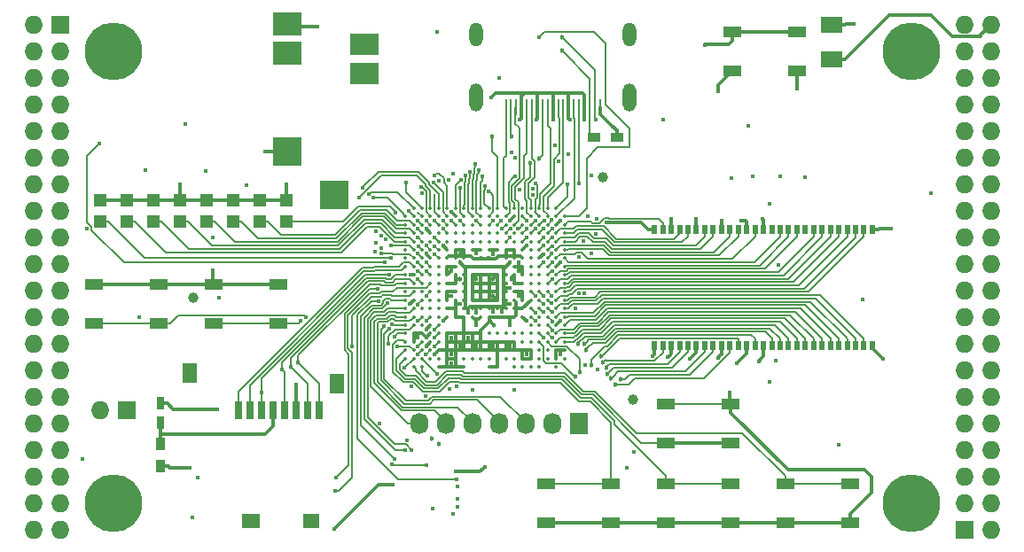
<source format=gtl>
G04 #@! TF.FileFunction,Copper,L1,Top,Signal*
%FSLAX46Y46*%
G04 Gerber Fmt 4.6, Leading zero omitted, Abs format (unit mm)*
G04 Created by KiCad (PCBNEW 4.0.5+dfsg1-4) date Tue May 16 14:48:21 2017*
%MOMM*%
%LPD*%
G01*
G04 APERTURE LIST*
%ADD10C,0.100000*%
%ADD11C,0.350000*%
%ADD12R,2.032000X1.524000*%
%ADD13R,0.700000X1.800000*%
%ADD14R,1.600000X1.400000*%
%ADD15R,1.800000X1.400000*%
%ADD16R,1.400000X1.900000*%
%ADD17R,1.800000X1.100000*%
%ADD18R,1.198880X1.198880*%
%ADD19R,2.800000X2.200000*%
%ADD20R,2.800000X2.800000*%
%ADD21R,2.800000X2.000000*%
%ADD22R,0.560000X0.900000*%
%ADD23O,1.300000X2.700000*%
%ADD24O,1.300000X2.300000*%
%ADD25R,0.250000X1.600000*%
%ADD26R,1.727200X1.727200*%
%ADD27O,1.727200X1.727200*%
%ADD28C,5.500000*%
%ADD29R,1.200000X0.900000*%
%ADD30R,1.727200X2.032000*%
%ADD31O,1.727200X2.032000*%
%ADD32R,0.750000X1.200000*%
%ADD33R,0.900000X1.200000*%
%ADD34C,0.400000*%
%ADD35C,0.454000*%
%ADD36C,1.000000*%
%ADD37C,0.300000*%
%ADD38C,0.190000*%
%ADD39C,0.200000*%
G04 APERTURE END LIST*
D10*
D11*
X131680000Y-80200000D03*
X132480000Y-80200000D03*
X133280000Y-80200000D03*
X134080000Y-80200000D03*
X134880000Y-80200000D03*
X135680000Y-80200000D03*
X136480000Y-80200000D03*
X137280000Y-80200000D03*
X138080000Y-80200000D03*
X138880000Y-80200000D03*
X139680000Y-80200000D03*
X140480000Y-80200000D03*
X141280000Y-80200000D03*
X142080000Y-80200000D03*
X142880000Y-80200000D03*
X143680000Y-80200000D03*
X144480000Y-80200000D03*
X145280000Y-80200000D03*
X130880000Y-81000000D03*
X131680000Y-81000000D03*
X132480000Y-81000000D03*
X133280000Y-81000000D03*
X134080000Y-81000000D03*
X134880000Y-81000000D03*
X135680000Y-81000000D03*
X136480000Y-81000000D03*
X137280000Y-81000000D03*
X138080000Y-81000000D03*
X138880000Y-81000000D03*
X139680000Y-81000000D03*
X140480000Y-81000000D03*
X141280000Y-81000000D03*
X142080000Y-81000000D03*
X142880000Y-81000000D03*
X143680000Y-81000000D03*
X144480000Y-81000000D03*
X145280000Y-81000000D03*
X146080000Y-81000000D03*
X130880000Y-81800000D03*
X131680000Y-81800000D03*
X132480000Y-81800000D03*
X133280000Y-81800000D03*
X134080000Y-81800000D03*
X134880000Y-81800000D03*
X135680000Y-81800000D03*
X136480000Y-81800000D03*
X137280000Y-81800000D03*
X138080000Y-81800000D03*
X138880000Y-81800000D03*
X139680000Y-81800000D03*
X140480000Y-81800000D03*
X141280000Y-81800000D03*
X142080000Y-81800000D03*
X142880000Y-81800000D03*
X143680000Y-81800000D03*
X144480000Y-81800000D03*
X145280000Y-81800000D03*
X146080000Y-81800000D03*
X130880000Y-82600000D03*
X131680000Y-82600000D03*
X132480000Y-82600000D03*
X133280000Y-82600000D03*
X134080000Y-82600000D03*
X134880000Y-82600000D03*
X135680000Y-82600000D03*
X136480000Y-82600000D03*
X137280000Y-82600000D03*
X138080000Y-82600000D03*
X138880000Y-82600000D03*
X139680000Y-82600000D03*
X140480000Y-82600000D03*
X141280000Y-82600000D03*
X142080000Y-82600000D03*
X142880000Y-82600000D03*
X143680000Y-82600000D03*
X144480000Y-82600000D03*
X145280000Y-82600000D03*
X146080000Y-82600000D03*
X130880000Y-83400000D03*
X131680000Y-83400000D03*
X132480000Y-83400000D03*
X133280000Y-83400000D03*
X134080000Y-83400000D03*
X134880000Y-83400000D03*
X135680000Y-83400000D03*
X136480000Y-83400000D03*
X137280000Y-83400000D03*
X138080000Y-83400000D03*
X138880000Y-83400000D03*
X139680000Y-83400000D03*
X140480000Y-83400000D03*
X141280000Y-83400000D03*
X142080000Y-83400000D03*
X142880000Y-83400000D03*
X143680000Y-83400000D03*
X144480000Y-83400000D03*
X145280000Y-83400000D03*
X146080000Y-83400000D03*
X130880000Y-84200000D03*
X131680000Y-84200000D03*
X132480000Y-84200000D03*
X133280000Y-84200000D03*
X134080000Y-84200000D03*
X134880000Y-84200000D03*
X135680000Y-84200000D03*
X136480000Y-84200000D03*
X137280000Y-84200000D03*
X138080000Y-84200000D03*
X138880000Y-84200000D03*
X139680000Y-84200000D03*
X140480000Y-84200000D03*
X141280000Y-84200000D03*
X142080000Y-84200000D03*
X142880000Y-84200000D03*
X143680000Y-84200000D03*
X144480000Y-84200000D03*
X145280000Y-84200000D03*
X146080000Y-84200000D03*
X130880000Y-85000000D03*
X131680000Y-85000000D03*
X132480000Y-85000000D03*
X133280000Y-85000000D03*
X134080000Y-85000000D03*
X134880000Y-85000000D03*
X135680000Y-85000000D03*
X136480000Y-85000000D03*
X137280000Y-85000000D03*
X138080000Y-85000000D03*
X138880000Y-85000000D03*
X139680000Y-85000000D03*
X140480000Y-85000000D03*
X141280000Y-85000000D03*
X142080000Y-85000000D03*
X142880000Y-85000000D03*
X143680000Y-85000000D03*
X144480000Y-85000000D03*
X145280000Y-85000000D03*
X146080000Y-85000000D03*
X130880000Y-85800000D03*
X131680000Y-85800000D03*
X132480000Y-85800000D03*
X133280000Y-85800000D03*
X134080000Y-85800000D03*
X134880000Y-85800000D03*
X135680000Y-85800000D03*
X136480000Y-85800000D03*
X137280000Y-85800000D03*
X138080000Y-85800000D03*
X138880000Y-85800000D03*
X139680000Y-85800000D03*
X140480000Y-85800000D03*
X141280000Y-85800000D03*
X142080000Y-85800000D03*
X142880000Y-85800000D03*
X143680000Y-85800000D03*
X144480000Y-85800000D03*
X145280000Y-85800000D03*
X146080000Y-85800000D03*
X130880000Y-86600000D03*
X131680000Y-86600000D03*
X132480000Y-86600000D03*
X133280000Y-86600000D03*
X134080000Y-86600000D03*
X134880000Y-86600000D03*
X135680000Y-86600000D03*
X136480000Y-86600000D03*
X137280000Y-86600000D03*
X138080000Y-86600000D03*
X138880000Y-86600000D03*
X139680000Y-86600000D03*
X140480000Y-86600000D03*
X141280000Y-86600000D03*
X142080000Y-86600000D03*
X142880000Y-86600000D03*
X143680000Y-86600000D03*
X144480000Y-86600000D03*
X145280000Y-86600000D03*
X146080000Y-86600000D03*
X130880000Y-87400000D03*
X131680000Y-87400000D03*
X132480000Y-87400000D03*
X133280000Y-87400000D03*
X134080000Y-87400000D03*
X134880000Y-87400000D03*
X135680000Y-87400000D03*
X136480000Y-87400000D03*
X137280000Y-87400000D03*
X138080000Y-87400000D03*
X138880000Y-87400000D03*
X139680000Y-87400000D03*
X140480000Y-87400000D03*
X141280000Y-87400000D03*
X142080000Y-87400000D03*
X142880000Y-87400000D03*
X143680000Y-87400000D03*
X144480000Y-87400000D03*
X145280000Y-87400000D03*
X146080000Y-87400000D03*
X130880000Y-88200000D03*
X131680000Y-88200000D03*
X132480000Y-88200000D03*
X133280000Y-88200000D03*
X134080000Y-88200000D03*
X134880000Y-88200000D03*
X135680000Y-88200000D03*
X136480000Y-88200000D03*
X137280000Y-88200000D03*
X138080000Y-88200000D03*
X138880000Y-88200000D03*
X139680000Y-88200000D03*
X140480000Y-88200000D03*
X141280000Y-88200000D03*
X142080000Y-88200000D03*
X142880000Y-88200000D03*
X143680000Y-88200000D03*
X144480000Y-88200000D03*
X145280000Y-88200000D03*
X146080000Y-88200000D03*
X130880000Y-89000000D03*
X131680000Y-89000000D03*
X132480000Y-89000000D03*
X133280000Y-89000000D03*
X134080000Y-89000000D03*
X134880000Y-89000000D03*
X135680000Y-89000000D03*
X136480000Y-89000000D03*
X137280000Y-89000000D03*
X138080000Y-89000000D03*
X138880000Y-89000000D03*
X139680000Y-89000000D03*
X140480000Y-89000000D03*
X141280000Y-89000000D03*
X142080000Y-89000000D03*
X142880000Y-89000000D03*
X143680000Y-89000000D03*
X144480000Y-89000000D03*
X145280000Y-89000000D03*
X146080000Y-89000000D03*
X130880000Y-89800000D03*
X131680000Y-89800000D03*
X132480000Y-89800000D03*
X133280000Y-89800000D03*
X134080000Y-89800000D03*
X134880000Y-89800000D03*
X135680000Y-89800000D03*
X136480000Y-89800000D03*
X137280000Y-89800000D03*
X138080000Y-89800000D03*
X138880000Y-89800000D03*
X139680000Y-89800000D03*
X140480000Y-89800000D03*
X141280000Y-89800000D03*
X142080000Y-89800000D03*
X142880000Y-89800000D03*
X143680000Y-89800000D03*
X144480000Y-89800000D03*
X145280000Y-89800000D03*
X146080000Y-89800000D03*
X130880000Y-90600000D03*
X131680000Y-90600000D03*
X132480000Y-90600000D03*
X133280000Y-90600000D03*
X134080000Y-90600000D03*
X134880000Y-90600000D03*
X135680000Y-90600000D03*
X136480000Y-90600000D03*
X137280000Y-90600000D03*
X138080000Y-90600000D03*
X138880000Y-90600000D03*
X139680000Y-90600000D03*
X140480000Y-90600000D03*
X141280000Y-90600000D03*
X142080000Y-90600000D03*
X142880000Y-90600000D03*
X143680000Y-90600000D03*
X144480000Y-90600000D03*
X145280000Y-90600000D03*
X146080000Y-90600000D03*
X130880000Y-91400000D03*
X131680000Y-91400000D03*
X132480000Y-91400000D03*
X133280000Y-91400000D03*
X134080000Y-91400000D03*
X142880000Y-91400000D03*
X143680000Y-91400000D03*
X144480000Y-91400000D03*
X145280000Y-91400000D03*
X146080000Y-91400000D03*
X130880000Y-92200000D03*
X131680000Y-92200000D03*
X132480000Y-92200000D03*
X133280000Y-92200000D03*
X134080000Y-92200000D03*
X134880000Y-92200000D03*
X135680000Y-92200000D03*
X136480000Y-92200000D03*
X137280000Y-92200000D03*
X138080000Y-92200000D03*
X138880000Y-92200000D03*
X139680000Y-92200000D03*
X140480000Y-92200000D03*
X141280000Y-92200000D03*
X142080000Y-92200000D03*
X142880000Y-92200000D03*
X143680000Y-92200000D03*
X144480000Y-92200000D03*
X145280000Y-92200000D03*
X146080000Y-92200000D03*
X130880000Y-93000000D03*
X131680000Y-93000000D03*
X132480000Y-93000000D03*
X133280000Y-93000000D03*
X134080000Y-93000000D03*
X134880000Y-93000000D03*
X135680000Y-93000000D03*
X136480000Y-93000000D03*
X137280000Y-93000000D03*
X138080000Y-93000000D03*
X138880000Y-93000000D03*
X139680000Y-93000000D03*
X140480000Y-93000000D03*
X141280000Y-93000000D03*
X142080000Y-93000000D03*
X142880000Y-93000000D03*
X143680000Y-93000000D03*
X144480000Y-93000000D03*
X145280000Y-93000000D03*
X146080000Y-93000000D03*
X130880000Y-93800000D03*
X131680000Y-93800000D03*
X132480000Y-93800000D03*
X133280000Y-93800000D03*
X134080000Y-93800000D03*
X134880000Y-93800000D03*
X135680000Y-93800000D03*
X136480000Y-93800000D03*
X137280000Y-93800000D03*
X138080000Y-93800000D03*
X138880000Y-93800000D03*
X139680000Y-93800000D03*
X140480000Y-93800000D03*
X141280000Y-93800000D03*
X142080000Y-93800000D03*
X142880000Y-93800000D03*
X143680000Y-93800000D03*
X144480000Y-93800000D03*
X145280000Y-93800000D03*
X146080000Y-93800000D03*
X130880000Y-94600000D03*
X131680000Y-94600000D03*
X132480000Y-94600000D03*
X133280000Y-94600000D03*
X134080000Y-94600000D03*
X134880000Y-94600000D03*
X135680000Y-94600000D03*
X136480000Y-94600000D03*
X137280000Y-94600000D03*
X138080000Y-94600000D03*
X138880000Y-94600000D03*
X139680000Y-94600000D03*
X140480000Y-94600000D03*
X141280000Y-94600000D03*
X142080000Y-94600000D03*
X142880000Y-94600000D03*
X143680000Y-94600000D03*
X144480000Y-94600000D03*
X145280000Y-94600000D03*
X146080000Y-94600000D03*
X131680000Y-95400000D03*
X132480000Y-95400000D03*
X134080000Y-95400000D03*
X134880000Y-95400000D03*
X135680000Y-95400000D03*
X136480000Y-95400000D03*
X138880000Y-95400000D03*
X139680000Y-95400000D03*
X141280000Y-95400000D03*
X142080000Y-95400000D03*
X142880000Y-95400000D03*
X143680000Y-95400000D03*
X145280000Y-95400000D03*
D12*
X171570000Y-65992000D03*
X171570000Y-62690000D03*
D13*
X114930000Y-99520000D03*
X116030000Y-99520000D03*
X117130000Y-99520000D03*
X118230000Y-99520000D03*
X119330000Y-99520000D03*
X120430000Y-99520000D03*
X121530000Y-99520000D03*
X122630000Y-99520000D03*
D14*
X121920000Y-110120000D03*
D15*
X116120000Y-110120000D03*
D16*
X124320000Y-96970000D03*
X110270000Y-95970000D03*
D17*
X101160000Y-87510000D03*
X107360000Y-87510000D03*
X101160000Y-91210000D03*
X107360000Y-91210000D03*
X112590000Y-87510000D03*
X118790000Y-87510000D03*
X112590000Y-91210000D03*
X118790000Y-91210000D03*
X155770000Y-98940000D03*
X161970000Y-98940000D03*
X155770000Y-102640000D03*
X161970000Y-102640000D03*
X161970000Y-110260000D03*
X155770000Y-110260000D03*
X161970000Y-106560000D03*
X155770000Y-106560000D03*
X150540000Y-110260000D03*
X144340000Y-110260000D03*
X150540000Y-106560000D03*
X144340000Y-106560000D03*
X173400000Y-110260000D03*
X167200000Y-110260000D03*
X173400000Y-106560000D03*
X167200000Y-106560000D03*
D18*
X119500000Y-81519020D03*
X119500000Y-79420980D03*
X116960000Y-81519020D03*
X116960000Y-79420980D03*
X114420000Y-81519020D03*
X114420000Y-79420980D03*
X111880000Y-81519020D03*
X111880000Y-79420980D03*
X109340000Y-81519020D03*
X109340000Y-79420980D03*
X106800000Y-81519020D03*
X106800000Y-79420980D03*
X104260000Y-81519020D03*
X104260000Y-79420980D03*
X101720000Y-81519020D03*
X101720000Y-79420980D03*
D19*
X119610000Y-62640000D03*
X119610000Y-65440000D03*
D20*
X119610000Y-74840000D03*
X124060000Y-78940000D03*
D21*
X127010000Y-67340000D03*
X127010000Y-64540000D03*
D22*
X175480000Y-82270000D03*
X154680000Y-93330000D03*
X155480000Y-93330000D03*
X156280000Y-93330000D03*
X157080000Y-93330000D03*
X157880000Y-93330000D03*
X158680000Y-93330000D03*
X159480000Y-93330000D03*
X160280000Y-93330000D03*
X161080000Y-93330000D03*
X161880000Y-93330000D03*
X162680000Y-93330000D03*
X163480000Y-93330000D03*
X164280000Y-93330000D03*
X165080000Y-93330000D03*
X165880000Y-93330000D03*
X166680000Y-93330000D03*
X167480000Y-93330000D03*
X168280000Y-93330000D03*
X169080000Y-93330000D03*
X169880000Y-93330000D03*
X170680000Y-93330000D03*
X171480000Y-93330000D03*
X172280000Y-93330000D03*
X173080000Y-93330000D03*
X173880000Y-93330000D03*
X174680000Y-93330000D03*
X175480000Y-93330000D03*
X174680000Y-82270000D03*
X173880000Y-82270000D03*
X173080000Y-82270000D03*
X172280000Y-82270000D03*
X171480000Y-82270000D03*
X170680000Y-82270000D03*
X169880000Y-82270000D03*
X169080000Y-82270000D03*
X168280000Y-82270000D03*
X167480000Y-82270000D03*
X166680000Y-82270000D03*
X165880000Y-82270000D03*
X165080000Y-82270000D03*
X164280000Y-82270000D03*
X163480000Y-82270000D03*
X162680000Y-82270000D03*
X161880000Y-82270000D03*
X161080000Y-82270000D03*
X160280000Y-82270000D03*
X159480000Y-82270000D03*
X158680000Y-82270000D03*
X157880000Y-82270000D03*
X157080000Y-82270000D03*
X156280000Y-82270000D03*
X155480000Y-82270000D03*
X154680000Y-82270000D03*
D23*
X152280000Y-69650000D03*
X137680000Y-69650000D03*
D24*
X137680000Y-63600000D03*
D25*
X140480000Y-70600000D03*
X140980000Y-70600000D03*
X141480000Y-70600000D03*
X141980000Y-70600000D03*
X142480000Y-70600000D03*
X142980000Y-70600000D03*
X143480000Y-70600000D03*
X143980000Y-70600000D03*
X144480000Y-70600000D03*
X144980000Y-70600000D03*
X145480000Y-70600000D03*
X145980000Y-70600000D03*
X146480000Y-70600000D03*
X146980000Y-70600000D03*
X147480000Y-70600000D03*
X147980000Y-70600000D03*
X148480000Y-70600000D03*
X148980000Y-70600000D03*
X149480000Y-70600000D03*
D24*
X152280000Y-63600000D03*
D26*
X97910000Y-62690000D03*
D27*
X95370000Y-62690000D03*
X97910000Y-65230000D03*
X95370000Y-65230000D03*
X97910000Y-67770000D03*
X95370000Y-67770000D03*
X97910000Y-70310000D03*
X95370000Y-70310000D03*
X97910000Y-72850000D03*
X95370000Y-72850000D03*
X97910000Y-75390000D03*
X95370000Y-75390000D03*
X97910000Y-77930000D03*
X95370000Y-77930000D03*
X97910000Y-80470000D03*
X95370000Y-80470000D03*
X97910000Y-83010000D03*
X95370000Y-83010000D03*
X97910000Y-85550000D03*
X95370000Y-85550000D03*
X97910000Y-88090000D03*
X95370000Y-88090000D03*
X97910000Y-90630000D03*
X95370000Y-90630000D03*
X97910000Y-93170000D03*
X95370000Y-93170000D03*
X97910000Y-95710000D03*
X95370000Y-95710000D03*
X97910000Y-98250000D03*
X95370000Y-98250000D03*
X97910000Y-100790000D03*
X95370000Y-100790000D03*
X97910000Y-103330000D03*
X95370000Y-103330000D03*
X97910000Y-105870000D03*
X95370000Y-105870000D03*
X97910000Y-108410000D03*
X95370000Y-108410000D03*
X97910000Y-110950000D03*
X95370000Y-110950000D03*
D26*
X184270000Y-110950000D03*
D27*
X186810000Y-110950000D03*
X184270000Y-108410000D03*
X186810000Y-108410000D03*
X184270000Y-105870000D03*
X186810000Y-105870000D03*
X184270000Y-103330000D03*
X186810000Y-103330000D03*
X184270000Y-100790000D03*
X186810000Y-100790000D03*
X184270000Y-98250000D03*
X186810000Y-98250000D03*
X184270000Y-95710000D03*
X186810000Y-95710000D03*
X184270000Y-93170000D03*
X186810000Y-93170000D03*
X184270000Y-90630000D03*
X186810000Y-90630000D03*
X184270000Y-88090000D03*
X186810000Y-88090000D03*
X184270000Y-85550000D03*
X186810000Y-85550000D03*
X184270000Y-83010000D03*
X186810000Y-83010000D03*
X184270000Y-80470000D03*
X186810000Y-80470000D03*
X184270000Y-77930000D03*
X186810000Y-77930000D03*
X184270000Y-75390000D03*
X186810000Y-75390000D03*
X184270000Y-72850000D03*
X186810000Y-72850000D03*
X184270000Y-70310000D03*
X186810000Y-70310000D03*
X184270000Y-67770000D03*
X186810000Y-67770000D03*
X184270000Y-65230000D03*
X186810000Y-65230000D03*
X184270000Y-62690000D03*
X186810000Y-62690000D03*
D28*
X102990000Y-108410000D03*
X179190000Y-108410000D03*
X179190000Y-65230000D03*
X102990000Y-65230000D03*
D17*
X168320000Y-67080000D03*
X162120000Y-67080000D03*
X168320000Y-63380000D03*
X162120000Y-63380000D03*
D29*
X151080000Y-73485000D03*
X148880000Y-73485000D03*
D26*
X104260000Y-99520000D03*
D27*
X101720000Y-99520000D03*
D30*
X147440000Y-100790000D03*
D31*
X144900000Y-100790000D03*
X142360000Y-100790000D03*
X139820000Y-100790000D03*
X137280000Y-100790000D03*
X134740000Y-100790000D03*
X132200000Y-100790000D03*
D32*
X107480000Y-100750000D03*
X107480000Y-98850000D03*
D33*
X107480000Y-102700000D03*
X107480000Y-104900000D03*
D34*
X166480000Y-85600000D03*
X146602990Y-71792990D03*
X141828352Y-71792990D03*
X144966727Y-71792990D03*
X143392702Y-71792990D03*
X147987057Y-71792990D03*
X159480000Y-64600000D03*
X161995000Y-77315000D03*
X164978793Y-81224197D03*
X124080000Y-110877010D03*
X140880000Y-81400000D03*
X106080000Y-76600000D03*
X131380496Y-86561019D03*
X119500000Y-77930000D03*
X136085174Y-89394826D03*
X109340000Y-77930000D03*
X145680000Y-91000000D03*
X135280000Y-80600000D03*
X117480000Y-74800000D03*
X145680000Y-81400000D03*
X177280000Y-82200000D03*
X139080000Y-69600000D03*
X120430000Y-97050000D03*
X112880000Y-99400000D03*
X150080000Y-81600000D03*
X161080000Y-81400000D03*
X156280000Y-81200000D03*
X129680000Y-106600000D03*
X131280000Y-89400000D03*
X162560000Y-95000000D03*
X158080000Y-94600000D03*
X133690245Y-94180159D03*
D35*
X139312644Y-91359700D03*
D34*
X140874194Y-91433353D03*
X145680000Y-85422010D03*
X132880424Y-84565132D03*
X144080000Y-84600000D03*
X145680000Y-94200000D03*
X135280000Y-95000000D03*
X135280000Y-94200000D03*
X142480000Y-94200000D03*
X140880000Y-93400000D03*
X139280000Y-93400000D03*
X137680000Y-93400000D03*
X136080000Y-93400000D03*
X136880000Y-92600000D03*
X135280000Y-92600000D03*
X132880000Y-91800000D03*
X132880000Y-93400000D03*
X132880000Y-82200000D03*
D35*
X141042859Y-86994997D03*
X139280000Y-87000000D03*
X136110990Y-86995403D03*
X139280000Y-88600000D03*
X137680000Y-87000000D03*
X136080000Y-84600000D03*
D34*
X173680000Y-62600000D03*
X150641998Y-72427990D03*
X133480000Y-108940000D03*
X100476549Y-82200000D03*
X164080000Y-77200000D03*
X165680000Y-79800000D03*
X166280000Y-94800000D03*
X172280000Y-102800000D03*
X109880000Y-72200000D03*
X112515000Y-83010000D03*
X165680000Y-96800000D03*
X133880000Y-63400000D03*
X148639876Y-77124934D03*
X181065000Y-78785000D03*
X128441330Y-100795881D03*
X162950497Y-81440902D03*
X174587990Y-88973349D03*
X111840000Y-76640000D03*
X110529662Y-109760338D03*
X110280000Y-105000000D03*
X100080000Y-104200000D03*
X115690000Y-78010000D03*
X113080000Y-88800000D03*
X139820000Y-67770000D03*
X164653770Y-94825547D03*
X160734802Y-94505582D03*
X155945719Y-94444824D03*
X154480000Y-94400000D03*
X158680000Y-81200000D03*
X176480000Y-94600000D03*
D36*
X149710735Y-77289735D03*
D34*
X137665894Y-91402446D03*
X135273306Y-88618602D03*
X139272517Y-84611349D03*
X137680556Y-84534085D03*
X141680000Y-86200000D03*
X135280000Y-86200000D03*
X132880000Y-92600000D03*
X132080000Y-92600000D03*
X141680000Y-88600000D03*
X141680000Y-85400000D03*
D36*
X152621047Y-98519969D03*
D34*
X136885174Y-90194826D03*
X140094890Y-90122990D03*
X139280000Y-90122990D03*
X140880000Y-89400000D03*
X137680000Y-90172990D03*
X140880000Y-87800000D03*
X140880000Y-85400000D03*
D35*
X136080000Y-85400000D03*
D34*
X129629397Y-91274827D03*
X121408624Y-90632457D03*
X129813284Y-92511909D03*
X120880000Y-91000000D03*
D36*
X110593658Y-88756708D03*
D34*
X142480000Y-91000000D03*
X142480000Y-83800000D03*
X134480000Y-83800000D03*
X134480000Y-91000000D03*
X155480000Y-71792990D03*
X105480000Y-90600000D03*
X137288700Y-97538741D03*
X135884156Y-106800406D03*
X133680000Y-91800000D03*
D35*
X134074414Y-102752225D03*
D34*
X135085458Y-97531790D03*
X135855186Y-108022639D03*
D35*
X133449289Y-102232615D03*
D34*
X133680000Y-92600000D03*
X132775091Y-98178917D03*
X129563728Y-104680338D03*
X132918584Y-104800000D03*
X135853254Y-108792386D03*
X133685668Y-93402482D03*
X131426885Y-97278295D03*
X132846234Y-94197073D03*
X131019992Y-102364188D03*
X135471949Y-109409592D03*
X122480000Y-62900000D03*
D35*
X145851858Y-65189228D03*
D34*
X149080000Y-71792990D03*
D35*
X145873729Y-63920849D03*
D34*
X143680000Y-63900000D03*
X140035989Y-81400000D03*
X129346243Y-86561022D03*
X132080000Y-86244011D03*
X117121665Y-97817265D03*
X119130057Y-95662364D03*
D35*
X119978162Y-95412951D03*
X120634035Y-94977604D03*
D34*
X152002589Y-105038666D03*
X166680000Y-77200000D03*
X168332253Y-68794691D03*
X160775000Y-69040000D03*
X147480000Y-77822010D03*
X146387166Y-77918991D03*
X131453853Y-103296209D03*
D35*
X148653935Y-95239949D03*
D34*
X144885216Y-91021238D03*
D35*
X149619858Y-94378867D03*
D34*
X144885689Y-90132858D03*
D35*
X150895161Y-97104924D03*
D34*
X144890381Y-83866022D03*
D35*
X151426924Y-96525191D03*
D34*
X144894101Y-83022010D03*
D35*
X150518912Y-96497510D03*
D34*
X144901285Y-86268736D03*
D35*
X150197861Y-96013257D03*
D34*
X144888562Y-86993817D03*
D35*
X150072035Y-95446034D03*
D34*
X144877648Y-88622010D03*
D35*
X149779241Y-94944191D03*
D34*
X144869421Y-89288847D03*
D35*
X148110244Y-93760618D03*
D34*
X144882782Y-91877646D03*
D35*
X147402091Y-93209005D03*
D34*
X144080000Y-92600000D03*
D35*
X147982902Y-93193733D03*
D34*
X144882352Y-92577990D03*
X130807074Y-95454141D03*
X130124012Y-93413277D03*
X132080000Y-93400000D03*
X129280000Y-93200000D03*
X133919980Y-96038729D03*
X141280000Y-97600000D03*
X132954301Y-96239373D03*
X135770000Y-97200000D03*
X132080000Y-94200000D03*
X128606412Y-84518181D03*
X111080000Y-106000000D03*
X129212186Y-89291571D03*
X132080000Y-89444020D03*
X130839486Y-103354982D03*
X132880000Y-86200000D03*
X129880000Y-104200000D03*
X128356145Y-89085098D03*
X132880000Y-88600000D03*
X135778649Y-106163691D03*
X128223869Y-87924075D03*
X124253981Y-105982535D03*
X132080000Y-87000000D03*
X125827283Y-93452662D03*
X124202418Y-107207639D03*
D35*
X139185419Y-73378045D03*
X141029139Y-73391006D03*
X143625670Y-75521246D03*
X142775852Y-75939146D03*
D34*
X135058026Y-77491517D03*
X135274882Y-81390604D03*
X134527010Y-81390604D03*
X133573575Y-77765579D03*
X133668154Y-77111081D03*
X126806396Y-78251801D03*
X126425397Y-79239391D03*
X127789562Y-79234967D03*
X127416908Y-78862313D03*
X132427111Y-78217208D03*
X132492381Y-78810273D03*
X132884441Y-81391117D03*
X128066237Y-82397414D03*
X132084319Y-83022010D03*
X128546476Y-82836338D03*
X132886504Y-83777990D03*
X128967292Y-83153599D03*
X132117443Y-83866021D03*
X128047208Y-83558437D03*
X132033945Y-84555989D03*
X128558092Y-83989293D03*
X133671942Y-84595200D03*
X127975965Y-84402448D03*
X132875802Y-85421990D03*
D35*
X147131990Y-96348010D03*
X147526704Y-95921658D03*
D34*
X148074116Y-95229326D03*
X143280000Y-91000000D03*
X149207706Y-95605291D03*
X144082424Y-90132858D03*
X147125926Y-89802879D03*
X144035793Y-89397606D03*
X143281824Y-90201951D03*
X144080517Y-85397219D03*
X147422472Y-84858593D03*
X144886544Y-85385186D03*
X149110027Y-82710554D03*
X144080000Y-83000000D03*
X144885092Y-82177990D03*
X147470668Y-88324835D03*
X144082832Y-88584510D03*
X147997681Y-88324844D03*
X143278026Y-88595030D03*
X149131913Y-81202010D03*
X144076901Y-82186448D03*
X148337768Y-80975785D03*
X144866392Y-81333979D03*
X139280000Y-81400000D03*
X138857381Y-78600803D03*
X138474753Y-78117762D03*
X138223359Y-77164182D03*
X137589337Y-75974186D03*
X137906348Y-76577236D03*
X137680000Y-81400000D03*
X137023753Y-76742518D03*
X136645199Y-77109176D03*
X136170384Y-77530992D03*
X136102010Y-78268593D03*
X135473038Y-76949878D03*
X136080000Y-81400000D03*
X148668800Y-84550312D03*
X144877691Y-84532933D03*
X147904113Y-83328694D03*
X144080000Y-83800000D03*
X143020312Y-78979262D03*
X142473549Y-82998913D03*
X143087229Y-78375187D03*
X142457990Y-82191394D03*
X145494004Y-75718570D03*
X144146021Y-81374784D03*
X143323210Y-77837480D03*
X146456648Y-75056695D03*
X143302010Y-82194992D03*
X143302010Y-81381735D03*
X141820108Y-78446944D03*
X145172870Y-74240536D03*
X141657990Y-82130345D03*
X142457990Y-81382236D03*
X140080000Y-82200000D03*
X141346021Y-77170289D03*
X141046643Y-74873804D03*
X140864029Y-83041403D03*
X140924011Y-82179283D03*
X141329877Y-75415642D03*
X133680000Y-82977990D03*
X132080000Y-81400000D03*
X132080000Y-82177990D03*
X130976883Y-77755103D03*
X133680000Y-81400000D03*
X133680000Y-83822010D03*
X129365043Y-91730742D03*
X132880000Y-91000000D03*
X128848343Y-91514164D03*
X132077648Y-90977990D03*
X129963132Y-80608536D03*
X131180000Y-80500000D03*
X129482623Y-84960036D03*
X132080000Y-85400000D03*
X163632576Y-72315545D03*
X134105000Y-77603945D03*
X134480000Y-82200000D03*
X138500159Y-104911875D03*
X135680000Y-105400000D03*
X152728307Y-103529015D03*
X169030000Y-77295000D03*
X101680000Y-74000000D03*
X128880000Y-85400000D03*
X129521213Y-83758787D03*
X112515000Y-86185000D03*
X161880000Y-97800000D03*
D37*
X146480000Y-71700000D02*
X146572990Y-71792990D01*
X146572990Y-71792990D02*
X146602990Y-71792990D01*
X141887010Y-71792990D02*
X141828352Y-71792990D01*
X147980000Y-71785933D02*
X147987057Y-71792990D01*
X141980000Y-70600000D02*
X141980000Y-71700000D01*
X143480000Y-71705692D02*
X143392702Y-71792990D01*
X141980000Y-71700000D02*
X141887010Y-71792990D01*
X144980000Y-71779717D02*
X144966727Y-71792990D01*
X146480000Y-70600000D02*
X146480000Y-71700000D01*
X147980000Y-70600000D02*
X147980000Y-71785933D01*
X143480000Y-70600000D02*
X143480000Y-71705692D01*
X144980000Y-70600000D02*
X144980000Y-71779717D01*
X168320000Y-63380000D02*
X162120000Y-63380000D01*
X162120000Y-63380000D02*
X162120000Y-64230000D01*
X162120000Y-64230000D02*
X161755000Y-64595000D01*
X161755000Y-64595000D02*
X159485000Y-64595000D01*
X159485000Y-64595000D02*
X159480000Y-64600000D01*
X165058793Y-81304197D02*
X164978793Y-81224197D01*
X165080000Y-81325404D02*
X165058793Y-81304197D01*
X165080000Y-82270000D02*
X165080000Y-81325404D01*
X129680000Y-106600000D02*
X128357010Y-106600000D01*
X128357010Y-106600000D02*
X124279999Y-110677011D01*
X124279999Y-110677011D02*
X124080000Y-110877010D01*
X141280000Y-81000000D02*
X140880000Y-81400000D01*
X131419477Y-86600000D02*
X131380496Y-86561019D01*
X131680000Y-86600000D02*
X131419477Y-86600000D01*
X119500000Y-79420980D02*
X119500000Y-77930000D01*
X135685174Y-89394826D02*
X135802332Y-89394826D01*
X135680000Y-89400000D02*
X135685174Y-89394826D01*
X135802332Y-89394826D02*
X136085174Y-89394826D01*
X109340000Y-79420980D02*
X109340000Y-77930000D01*
X145454999Y-91225001D02*
X145680000Y-91000000D01*
X145280000Y-91400000D02*
X145454999Y-91225001D01*
X135680000Y-81000000D02*
X135280000Y-80600000D01*
X135054999Y-84825001D02*
X137080000Y-84825001D01*
X137280000Y-85000000D02*
X137105001Y-84825001D01*
X137105001Y-84825001D02*
X137080000Y-84825001D01*
X138280000Y-85088351D02*
X137368351Y-85088351D01*
X137368351Y-85088351D02*
X137280000Y-85000000D01*
X139680000Y-86600000D02*
X139280000Y-87000000D01*
X139680000Y-88200000D02*
X139680000Y-89000000D01*
X139680000Y-87400000D02*
X139680000Y-88200000D01*
X139680000Y-86600000D02*
X139680000Y-87400000D01*
X137280000Y-88200000D02*
X137280000Y-89000000D01*
X137280000Y-87400000D02*
X137280000Y-88200000D01*
X137280000Y-86600000D02*
X137280000Y-87400000D01*
X138880000Y-87400000D02*
X138880000Y-88200000D01*
X138880000Y-86600000D02*
X138880000Y-87400000D01*
X138080000Y-87400000D02*
X138080000Y-86600000D01*
X138080000Y-88200000D02*
X138080000Y-87400000D01*
X138080000Y-89000000D02*
X138080000Y-88200000D01*
X138080000Y-88200000D02*
X138880000Y-88200000D01*
X138080000Y-87400000D02*
X138880000Y-87400000D01*
X137280000Y-87400000D02*
X138080000Y-87400000D01*
X117870000Y-74800000D02*
X117480000Y-74800000D01*
X119610000Y-74840000D02*
X117910000Y-74840000D01*
X117910000Y-74840000D02*
X117870000Y-74800000D01*
X145454999Y-81625001D02*
X145680000Y-81400000D01*
X145280000Y-81800000D02*
X145454999Y-81625001D01*
X176130000Y-82200000D02*
X177280000Y-82200000D01*
X175480000Y-82270000D02*
X176060000Y-82270000D01*
X176060000Y-82270000D02*
X176130000Y-82200000D01*
X139480000Y-69200000D02*
X139080000Y-69600000D01*
X142280000Y-69200000D02*
X139480000Y-69200000D01*
X120430000Y-99520000D02*
X120430000Y-97050000D01*
X108705000Y-99400000D02*
X112880000Y-99400000D01*
X107480000Y-98850000D02*
X108155000Y-98850000D01*
X108155000Y-98850000D02*
X108705000Y-99400000D01*
X153430000Y-81600000D02*
X150080000Y-81600000D01*
X154680000Y-82270000D02*
X154100000Y-82270000D01*
X154100000Y-82270000D02*
X153430000Y-81600000D01*
X161080000Y-81520000D02*
X161080000Y-81400000D01*
X161080000Y-82270000D02*
X161080000Y-81520000D01*
X156280000Y-82270000D02*
X156280000Y-81200000D01*
X141480000Y-89800000D02*
X141480000Y-89200000D01*
X141480000Y-89200000D02*
X141280000Y-89000000D01*
X141280000Y-89800000D02*
X141480000Y-89800000D01*
X141480000Y-89800000D02*
X142080000Y-89800000D01*
X141454999Y-90425001D02*
X141454999Y-89825001D01*
X141454999Y-89825001D02*
X141480000Y-89800000D01*
X131680000Y-89000000D02*
X131280000Y-89400000D01*
X163480000Y-93330000D02*
X163480000Y-94080000D01*
X163480000Y-94080000D02*
X162560000Y-95000000D01*
X158680000Y-93330000D02*
X158680000Y-94005008D01*
X158680000Y-94005008D02*
X158085008Y-94600000D01*
X158085008Y-94600000D02*
X158080000Y-94600000D01*
X133699841Y-94180159D02*
X133690245Y-94180159D01*
X134080000Y-93800000D02*
X133699841Y-94180159D01*
X139085645Y-91132701D02*
X139312644Y-91359700D01*
X138880000Y-90927056D02*
X139085645Y-91132701D01*
X138880000Y-90600000D02*
X138880000Y-90927056D01*
X140874194Y-90605806D02*
X140874194Y-91150511D01*
X140880000Y-90600000D02*
X140874194Y-90605806D01*
X140874194Y-91150511D02*
X140874194Y-91433353D01*
X140480000Y-90600000D02*
X140880000Y-90600000D01*
X140880000Y-90600000D02*
X141280000Y-90600000D01*
X139680000Y-90600000D02*
X140480000Y-90600000D01*
X138880000Y-90600000D02*
X139680000Y-90600000D01*
X145280000Y-85800000D02*
X145657990Y-85422010D01*
X145657990Y-85422010D02*
X145680000Y-85422010D01*
X133280000Y-85000000D02*
X132880424Y-84600424D01*
X132880424Y-84600424D02*
X132880424Y-84565132D01*
X141280000Y-85000000D02*
X141280000Y-84800000D01*
X141280000Y-84200000D02*
X141280000Y-85000000D01*
X140480000Y-84200000D02*
X141280000Y-84200000D01*
X141280000Y-84800000D02*
X141280000Y-84200000D01*
X141905001Y-84825001D02*
X141305001Y-84825001D01*
X141305001Y-84825001D02*
X141280000Y-84800000D01*
X140480000Y-85000000D02*
X140480000Y-84200000D01*
X139680000Y-85000000D02*
X139680000Y-84898347D01*
X139680000Y-84898347D02*
X139753346Y-84825001D01*
X138280000Y-85088351D02*
X138680000Y-85088351D01*
X138280000Y-85088351D02*
X139489996Y-85088351D01*
X138080000Y-85000000D02*
X138191649Y-85000000D01*
X138191649Y-85000000D02*
X138280000Y-85088351D01*
X138880000Y-85000000D02*
X138768351Y-85000000D01*
X138768351Y-85000000D02*
X138680000Y-85088351D01*
X135680000Y-84200000D02*
X135680000Y-84800000D01*
X135680000Y-84800000D02*
X135680000Y-85000000D01*
X135054999Y-84825001D02*
X135654999Y-84825001D01*
X135654999Y-84825001D02*
X135680000Y-84800000D01*
X136480000Y-85000000D02*
X136480000Y-84200000D01*
X134880000Y-85000000D02*
X135054999Y-84825001D01*
X138880000Y-87400000D02*
X139680000Y-87400000D01*
X138880000Y-88200000D02*
X138880000Y-89000000D01*
X138880000Y-88200000D02*
X139680000Y-88200000D01*
X137280000Y-88200000D02*
X138080000Y-88200000D01*
X141280000Y-90600000D02*
X141454999Y-90425001D01*
X142280000Y-69200000D02*
X143480000Y-69200000D01*
X143480000Y-69200000D02*
X144980000Y-69200000D01*
X143480000Y-70600000D02*
X143480000Y-69200000D01*
X144980000Y-69200000D02*
X146480000Y-69200000D01*
X144980000Y-70600000D02*
X144980000Y-69200000D01*
X146480000Y-69200000D02*
X147780000Y-69200000D01*
X146480000Y-70600000D02*
X146480000Y-69200000D01*
X147980000Y-69400000D02*
X147980000Y-70600000D01*
X147780000Y-69200000D02*
X147980000Y-69400000D01*
X141980000Y-70600000D02*
X141980000Y-69500000D01*
X141980000Y-69500000D02*
X142280000Y-69200000D01*
X116960000Y-79420980D02*
X119500000Y-79420980D01*
X114420000Y-79420980D02*
X116960000Y-79420980D01*
X111880000Y-79420980D02*
X114420000Y-79420980D01*
X109340000Y-79420980D02*
X111880000Y-79420980D01*
X106800000Y-79420980D02*
X109340000Y-79420980D01*
X104260000Y-79420980D02*
X106800000Y-79420980D01*
X101720000Y-79420980D02*
X104260000Y-79420980D01*
X143680000Y-85000000D02*
X144080000Y-84600000D01*
X142080000Y-89800000D02*
X142880000Y-89000000D01*
X145680000Y-93800000D02*
X145280000Y-93800000D01*
X146080000Y-93800000D02*
X145680000Y-93800000D01*
X145680000Y-93800000D02*
X145680000Y-94200000D01*
X135680000Y-89400000D02*
X135680000Y-89800000D01*
X135680000Y-89000000D02*
X135680000Y-89400000D01*
X135280000Y-95400000D02*
X135680000Y-95400000D01*
X134880000Y-95400000D02*
X135280000Y-95400000D01*
X135280000Y-95400000D02*
X135280000Y-95000000D01*
X135280000Y-93800000D02*
X135680000Y-93800000D01*
X134880000Y-93800000D02*
X135280000Y-93800000D01*
X135280000Y-93800000D02*
X135280000Y-94200000D01*
X142480000Y-93800000D02*
X142080000Y-93800000D01*
X142880000Y-93800000D02*
X142480000Y-93800000D01*
X142480000Y-93800000D02*
X142480000Y-94200000D01*
X140880000Y-93000000D02*
X141280000Y-93000000D01*
X140480000Y-93000000D02*
X140880000Y-93000000D01*
X140880000Y-93000000D02*
X140880000Y-93400000D01*
X139280000Y-93000000D02*
X138880000Y-93000000D01*
X139680000Y-93000000D02*
X139280000Y-93000000D01*
X139280000Y-93000000D02*
X139280000Y-93400000D01*
X137680000Y-93000000D02*
X137280000Y-93000000D01*
X137680000Y-93000000D02*
X137680000Y-93400000D01*
X138080000Y-93000000D02*
X137680000Y-93000000D01*
X136080000Y-93000000D02*
X135680000Y-93000000D01*
X136480000Y-93000000D02*
X136080000Y-93000000D01*
X136080000Y-93000000D02*
X136080000Y-93400000D01*
X136880000Y-93000000D02*
X136480000Y-93000000D01*
X137280000Y-93000000D02*
X136880000Y-93000000D01*
X136880000Y-93000000D02*
X136880000Y-92600000D01*
X135280000Y-93000000D02*
X135680000Y-93000000D01*
X134880000Y-93000000D02*
X135280000Y-93000000D01*
X135280000Y-93000000D02*
X135280000Y-92600000D01*
X133280000Y-91400000D02*
X132880000Y-91800000D01*
X133280000Y-93000000D02*
X132880000Y-93400000D01*
X133280000Y-82600000D02*
X132880000Y-82200000D01*
X139753346Y-84825001D02*
X141905001Y-84825001D01*
X139489996Y-85088351D02*
X139753346Y-84825001D01*
X141905001Y-84825001D02*
X142080000Y-85000000D01*
X141042859Y-86837141D02*
X141042859Y-86994997D01*
X141280000Y-86600000D02*
X141042859Y-86837141D01*
X135684597Y-86995403D02*
X135789964Y-86995403D01*
X135680000Y-87000000D02*
X135684597Y-86995403D01*
X135789964Y-86995403D02*
X136110990Y-86995403D01*
X135680000Y-87000000D02*
X135680000Y-86600000D01*
X135680000Y-87400000D02*
X135680000Y-87000000D01*
X138880000Y-90600000D02*
X138880000Y-91091880D01*
X138880000Y-91091880D02*
X138080000Y-91891880D01*
X138080000Y-91891880D02*
X138080000Y-92200000D01*
X136480000Y-90600000D02*
X136480000Y-92200000D01*
X139680000Y-89000000D02*
X139280000Y-88600000D01*
X137280000Y-86600000D02*
X137680000Y-87000000D01*
X136480000Y-84200000D02*
X136080000Y-84600000D01*
X141280000Y-86600000D02*
X141280000Y-87400000D01*
X142080000Y-87400000D02*
X141280000Y-87400000D01*
X135680000Y-84200000D02*
X136480000Y-84200000D01*
X134880000Y-87400000D02*
X135680000Y-87400000D01*
X138880000Y-86600000D02*
X139680000Y-86600000D01*
X138080000Y-86600000D02*
X138880000Y-86600000D01*
X137280000Y-86600000D02*
X138080000Y-86600000D01*
X138880000Y-89000000D02*
X139680000Y-89000000D01*
X138080000Y-89000000D02*
X138880000Y-89000000D01*
X137280000Y-89000000D02*
X138080000Y-89000000D01*
X135680000Y-89800000D02*
X134880000Y-89800000D01*
X135680000Y-90600000D02*
X135680000Y-89800000D01*
X135680000Y-90600000D02*
X136480000Y-90600000D01*
X140480000Y-93000000D02*
X139680000Y-93000000D01*
X139680000Y-93800000D02*
X140480000Y-93800000D01*
X139680000Y-93800000D02*
X139680000Y-94600000D01*
X139680000Y-95400000D02*
X139680000Y-94600000D01*
X138880000Y-95400000D02*
X139680000Y-95400000D01*
X135680000Y-95400000D02*
X136480000Y-95400000D01*
X135680000Y-95400000D02*
X135680000Y-94600000D01*
X134880000Y-95400000D02*
X134080000Y-95400000D01*
X134880000Y-94600000D02*
X134880000Y-95400000D01*
X134080000Y-93800000D02*
X134880000Y-93800000D01*
X134880000Y-94600000D02*
X134880000Y-93800000D01*
X135680000Y-94600000D02*
X134880000Y-94600000D01*
X135680000Y-93800000D02*
X135680000Y-94600000D01*
X134880000Y-93000000D02*
X134880000Y-93800000D01*
X134880000Y-92200000D02*
X134880000Y-93000000D01*
X135680000Y-92200000D02*
X134880000Y-92200000D01*
X135680000Y-93800000D02*
X136480000Y-93800000D01*
X135680000Y-93000000D02*
X135680000Y-93800000D01*
X135680000Y-92200000D02*
X135680000Y-93000000D01*
X135680000Y-92200000D02*
X136480000Y-92200000D01*
X136480000Y-92200000D02*
X137280000Y-92200000D01*
X137280000Y-93800000D02*
X137280000Y-93000000D01*
X136480000Y-93800000D02*
X137280000Y-93800000D01*
X136480000Y-93000000D02*
X136480000Y-93800000D01*
X136480000Y-92200000D02*
X136480000Y-93000000D01*
X137280000Y-92200000D02*
X138080000Y-92200000D01*
X137280000Y-93800000D02*
X138080000Y-93800000D01*
X137280000Y-92200000D02*
X137280000Y-93000000D01*
X138080000Y-92200000D02*
X138080000Y-93000000D01*
X138080000Y-93000000D02*
X138880000Y-93000000D01*
X138080000Y-93800000D02*
X138080000Y-93000000D01*
X138880000Y-93800000D02*
X138080000Y-93800000D01*
X138880000Y-93000000D02*
X138880000Y-93800000D01*
X139680000Y-93800000D02*
X139680000Y-93000000D01*
X138880000Y-93800000D02*
X139680000Y-93800000D01*
X140480000Y-93000000D02*
X140480000Y-93800000D01*
X141280000Y-93000000D02*
X141280000Y-93800000D01*
X141280000Y-93800000D02*
X142080000Y-93800000D01*
X140480000Y-93800000D02*
X141280000Y-93800000D01*
X142080000Y-94600000D02*
X142880000Y-94600000D01*
X142080000Y-93800000D02*
X142080000Y-94600000D01*
X142880000Y-94600000D02*
X142880000Y-93800000D01*
X145280000Y-93800000D02*
X145280000Y-94600000D01*
X172976000Y-62600000D02*
X173680000Y-62600000D01*
X171570000Y-62690000D02*
X172886000Y-62690000D01*
X172886000Y-62690000D02*
X172976000Y-62600000D01*
X151080000Y-72735000D02*
X150772990Y-72427990D01*
X149480000Y-71275000D02*
X151080000Y-72875000D01*
X150772990Y-72427990D02*
X150641998Y-72427990D01*
X151080000Y-72875000D02*
X151080000Y-73485000D01*
X149480000Y-70600000D02*
X149480000Y-71275000D01*
X151080000Y-73485000D02*
X151080000Y-72735000D01*
X171570000Y-65992000D02*
X172886000Y-65992000D01*
X172886000Y-65992000D02*
X177078000Y-61800000D01*
X177078000Y-61800000D02*
X181080000Y-61800000D01*
X181080000Y-61800000D02*
X183110601Y-63830601D01*
X183110601Y-63830601D02*
X185849399Y-63830601D01*
X185849399Y-63830601D02*
X185849399Y-63650601D01*
X185849399Y-63650601D02*
X186810000Y-62690000D01*
X134880000Y-86600000D02*
X135280000Y-86200000D01*
X135280000Y-85800000D02*
X135280000Y-86200000D01*
X163233339Y-81440902D02*
X162950497Y-81440902D01*
X163480000Y-82270000D02*
X163480000Y-81520000D01*
X163400902Y-81440902D02*
X163233339Y-81440902D01*
X163480000Y-81520000D02*
X163400902Y-81440902D01*
X134880000Y-85800000D02*
X134880000Y-86600000D01*
X108330000Y-105000000D02*
X110280000Y-105000000D01*
X107480000Y-104900000D02*
X108230000Y-104900000D01*
X108230000Y-104900000D02*
X108330000Y-105000000D01*
X164853769Y-94625548D02*
X164653770Y-94825547D01*
X165080000Y-94399317D02*
X164853769Y-94625548D01*
X165080000Y-93330000D02*
X165080000Y-94399317D01*
X160934801Y-94305583D02*
X160734802Y-94505582D01*
X161080000Y-94160384D02*
X160934801Y-94305583D01*
X161080000Y-93330000D02*
X161080000Y-94160384D01*
X156145718Y-94244825D02*
X155945719Y-94444824D01*
X156280000Y-94110543D02*
X156145718Y-94244825D01*
X156280000Y-93330000D02*
X156280000Y-94110543D01*
X154680000Y-94200000D02*
X154480000Y-94400000D01*
X154680000Y-93330000D02*
X154680000Y-94200000D01*
X158680000Y-81520000D02*
X158680000Y-81200000D01*
X158680000Y-82270000D02*
X158680000Y-81520000D01*
X175480000Y-93600000D02*
X176480000Y-94600000D01*
X175480000Y-93330000D02*
X175480000Y-93600000D01*
X137665894Y-91119604D02*
X137665894Y-91402446D01*
X137665894Y-90814106D02*
X137665894Y-91119604D01*
X137680000Y-90800000D02*
X137665894Y-90814106D01*
X137680000Y-90800000D02*
X137880000Y-90800000D01*
X137480000Y-90800000D02*
X137680000Y-90800000D01*
X137880000Y-90800000D02*
X138080000Y-90600000D01*
X137280000Y-90600000D02*
X137480000Y-90800000D01*
X132880000Y-92600000D02*
X133280000Y-92200000D01*
X132480000Y-92200000D02*
X132880000Y-92600000D01*
X134990464Y-88618602D02*
X135273306Y-88618602D01*
X134898602Y-88618602D02*
X134990464Y-88618602D01*
X134880000Y-88600000D02*
X134898602Y-88618602D01*
X139272517Y-84328507D02*
X139272517Y-84611349D01*
X139272517Y-84207483D02*
X139272517Y-84328507D01*
X139280000Y-84200000D02*
X139272517Y-84207483D01*
X137680556Y-84200556D02*
X137680556Y-84251243D01*
X137680000Y-84200000D02*
X137680556Y-84200556D01*
X137680556Y-84251243D02*
X137680556Y-84534085D01*
X142080000Y-88600000D02*
X142080000Y-89000000D01*
X142080000Y-88200000D02*
X142080000Y-88600000D01*
X141680000Y-85800000D02*
X141680000Y-86200000D01*
X135280000Y-85800000D02*
X135680000Y-85800000D01*
X134880000Y-85800000D02*
X135280000Y-85800000D01*
X132080000Y-92200000D02*
X132480000Y-92200000D01*
X131680000Y-92200000D02*
X132080000Y-92200000D01*
X132080000Y-92200000D02*
X132080000Y-92600000D01*
X131680000Y-93000000D02*
X131680000Y-92200000D01*
X134880000Y-88600000D02*
X134880000Y-89000000D01*
X134880000Y-88200000D02*
X134880000Y-88600000D01*
X141680000Y-88200000D02*
X142080000Y-88200000D01*
X141280000Y-88200000D02*
X141680000Y-88200000D01*
X141680000Y-88200000D02*
X141680000Y-88600000D01*
X141680000Y-85800000D02*
X142080000Y-85800000D01*
X141280000Y-85800000D02*
X141680000Y-85800000D01*
X141680000Y-85800000D02*
X141680000Y-85400000D01*
X139280000Y-84200000D02*
X139680000Y-84200000D01*
X138880000Y-84200000D02*
X139280000Y-84200000D01*
X137680000Y-84200000D02*
X138080000Y-84200000D01*
X137280000Y-84200000D02*
X137680000Y-84200000D01*
X142080000Y-85800000D02*
X142080000Y-86600000D01*
X134880000Y-88200000D02*
X135680000Y-88200000D01*
X136654999Y-86800000D02*
X136654999Y-87200000D01*
X136654999Y-86600000D02*
X136654999Y-86800000D01*
X136654999Y-86800000D02*
X136654999Y-86774999D01*
X136654999Y-86774999D02*
X136480000Y-86600000D01*
X136654999Y-87200000D02*
X136654999Y-88200000D01*
X136480000Y-87400000D02*
X136654999Y-87225001D01*
X136654999Y-87225001D02*
X136654999Y-87200000D01*
X136885174Y-89911984D02*
X136885174Y-90194826D01*
X136880000Y-89800000D02*
X136885174Y-89805174D01*
X136885174Y-89805174D02*
X136885174Y-89911984D01*
X138080000Y-89625001D02*
X138880000Y-89625001D01*
X138880000Y-89625001D02*
X139280000Y-89625001D01*
X138880000Y-89800000D02*
X138880000Y-89625001D01*
X138080000Y-89800000D02*
X138080000Y-89625001D01*
X137054999Y-89625001D02*
X137280000Y-89625001D01*
X137280000Y-89625001D02*
X137680000Y-89625001D01*
X137280000Y-89800000D02*
X137280000Y-89625001D01*
X137680000Y-89625001D02*
X138080000Y-89625001D01*
X136480000Y-89000000D02*
X136654999Y-89000000D01*
X136654999Y-88200000D02*
X136654999Y-89000000D01*
X136480000Y-88200000D02*
X136654999Y-88200000D01*
X140094890Y-89840148D02*
X140094890Y-90122990D01*
X140094890Y-89639891D02*
X140094890Y-89840148D01*
X140080000Y-89625001D02*
X140094890Y-89639891D01*
X139280000Y-89625001D02*
X139280000Y-90122990D01*
X139280000Y-89625001D02*
X139680000Y-89625001D01*
X139680000Y-89625001D02*
X140080000Y-89625001D01*
X140080000Y-89625001D02*
X140305001Y-89625001D01*
X139680000Y-89800000D02*
X139680000Y-89625001D01*
X140305001Y-89400000D02*
X140305001Y-89000000D01*
X140305001Y-89000000D02*
X140305001Y-88200000D01*
X140480000Y-89000000D02*
X140305001Y-89000000D01*
X140305001Y-88200000D02*
X140305001Y-87800000D01*
X140480000Y-88200000D02*
X140305001Y-88200000D01*
X140305001Y-87800000D02*
X140305001Y-87400000D01*
X140305001Y-87400000D02*
X140305001Y-86600000D01*
X140480000Y-87400000D02*
X140305001Y-87400000D01*
X140305001Y-86600000D02*
X140305001Y-85974999D01*
X140480000Y-86600000D02*
X140305001Y-86600000D01*
X140480000Y-85800000D02*
X139480000Y-85800000D01*
X139480000Y-85800000D02*
X138680000Y-85800000D01*
X139680000Y-85800000D02*
X139480000Y-85800000D01*
X138680000Y-85800000D02*
X137880000Y-85800000D01*
X138880000Y-85800000D02*
X138680000Y-85800000D01*
X137880000Y-85800000D02*
X137080000Y-85800000D01*
X138080000Y-85800000D02*
X137880000Y-85800000D01*
X137080000Y-85800000D02*
X136480000Y-85800000D01*
X137280000Y-85800000D02*
X137080000Y-85800000D01*
X136654999Y-85974999D02*
X136654999Y-86600000D01*
X136654999Y-89000000D02*
X136654999Y-89625001D01*
X140305001Y-89400000D02*
X140880000Y-89400000D01*
X137680000Y-89625001D02*
X137680000Y-90172990D01*
X136880000Y-89800000D02*
X137054999Y-89625001D01*
X140305001Y-89625001D02*
X140480000Y-89800000D01*
X140305001Y-87800000D02*
X140880000Y-87800000D01*
X140305001Y-89625001D02*
X140305001Y-89400000D01*
X140480000Y-85800000D02*
X140880000Y-85400000D01*
X136480000Y-89800000D02*
X136880000Y-89800000D01*
X136480000Y-85800000D02*
X136080000Y-85400000D01*
X140305001Y-85974999D02*
X140480000Y-85800000D01*
X136480000Y-85800000D02*
X136654999Y-85974999D01*
X136654999Y-89625001D02*
X136480000Y-89800000D01*
D38*
X147611309Y-98358968D02*
X148678556Y-98358968D01*
X148678556Y-98358968D02*
X150857011Y-100537423D01*
X150857011Y-100537423D02*
X150857011Y-100884385D01*
X150857011Y-100884385D02*
X155770000Y-105797374D01*
X132661378Y-97439905D02*
X134020275Y-97439905D01*
X134020275Y-97439905D02*
X134999192Y-96460988D01*
X134999192Y-96460988D02*
X136103871Y-96460988D01*
X136103871Y-96460988D02*
X136241989Y-96599106D01*
X136241989Y-96599106D02*
X145851447Y-96599106D01*
X145851447Y-96599106D02*
X147611309Y-98358968D01*
X130880000Y-93800000D02*
X130041550Y-94638450D01*
X130041550Y-94638450D02*
X130041550Y-95744930D01*
X130041550Y-95744930D02*
X130835903Y-96539283D01*
X130835903Y-96539283D02*
X131760756Y-96539283D01*
X131760756Y-96539283D02*
X132661378Y-97439905D01*
X155770000Y-105820000D02*
X155770000Y-106560000D01*
X155770000Y-105797374D02*
X155770000Y-105820000D01*
X155770000Y-106560000D02*
X161970000Y-106560000D01*
X130880000Y-91400000D02*
X129754570Y-91400000D01*
X129754570Y-91400000D02*
X129629397Y-91274827D01*
X109233423Y-90426577D02*
X121202744Y-90426577D01*
X108450000Y-91210000D02*
X109233423Y-90426577D01*
X121208625Y-90432458D02*
X121408624Y-90632457D01*
X121202744Y-90426577D02*
X121208625Y-90432458D01*
X107360000Y-91210000D02*
X108450000Y-91210000D01*
X101160000Y-91210000D02*
X107360000Y-91210000D01*
X130125193Y-92200000D02*
X130013283Y-92311910D01*
X130880000Y-92200000D02*
X130125193Y-92200000D01*
X130013283Y-92311910D02*
X129813284Y-92511909D01*
X118790000Y-91210000D02*
X120670000Y-91210000D01*
X120670000Y-91210000D02*
X120880000Y-91000000D01*
X112590000Y-91210000D02*
X118790000Y-91210000D01*
X129702002Y-93226237D02*
X129702002Y-95865485D01*
X130692811Y-96856294D02*
X131623795Y-96856294D01*
X130103238Y-92825001D02*
X129702002Y-93226237D01*
X135130502Y-96777999D02*
X135972561Y-96777999D01*
X130880000Y-93000000D02*
X130705001Y-92825001D01*
X130705001Y-92825001D02*
X130103238Y-92825001D01*
X131623795Y-96856294D02*
X132524417Y-97756916D01*
X134151585Y-97756916D02*
X135130502Y-96777999D01*
X135972561Y-96777999D02*
X136110679Y-96916117D01*
X132524417Y-97756916D02*
X134151585Y-97756916D01*
X129702002Y-95865485D02*
X130692811Y-96856294D01*
X150540000Y-100668733D02*
X150540000Y-105820000D01*
X136110679Y-96916117D02*
X145720137Y-96916117D01*
X148547246Y-98675979D02*
X150540000Y-100668733D01*
X147479999Y-98675979D02*
X148547246Y-98675979D01*
X150540000Y-105820000D02*
X150540000Y-106560000D01*
X145720137Y-96916117D02*
X147479999Y-98675979D01*
X144340000Y-106560000D02*
X150540000Y-106560000D01*
X163069032Y-101689032D02*
X167200000Y-105820000D01*
X167200000Y-105820000D02*
X167200000Y-106560000D01*
X149004946Y-97724946D02*
X152969032Y-101689032D01*
X152969032Y-101689032D02*
X163069032Y-101689032D01*
X133757655Y-96805883D02*
X134736572Y-95826966D01*
X134736572Y-95826966D02*
X136366491Y-95826966D01*
X136366491Y-95826966D02*
X136504609Y-95965084D01*
X136504609Y-95965084D02*
X146114067Y-95965084D01*
X146114067Y-95965084D02*
X147873929Y-97724946D01*
X147873929Y-97724946D02*
X149004946Y-97724946D01*
X132923998Y-96805883D02*
X133757655Y-96805883D01*
X131854999Y-95736884D02*
X132923998Y-96805883D01*
X131854999Y-95574999D02*
X131854999Y-95736884D01*
X131680000Y-95400000D02*
X131854999Y-95574999D01*
X167200000Y-106560000D02*
X173400000Y-106560000D01*
X130705001Y-94774999D02*
X130880000Y-94600000D01*
X130358561Y-95121439D02*
X130705001Y-94774999D01*
X130358561Y-95613620D02*
X130358561Y-95121439D01*
X130967213Y-96222272D02*
X130358561Y-95613620D01*
X131892066Y-96222272D02*
X130967213Y-96222272D01*
X132792688Y-97122894D02*
X131892066Y-96222272D01*
X133888965Y-97122894D02*
X132792688Y-97122894D01*
X155770000Y-102640000D02*
X153407909Y-102640000D01*
X153407909Y-102640000D02*
X148809866Y-98041957D01*
X136235181Y-96143977D02*
X134867882Y-96143977D01*
X136373299Y-96282095D02*
X136235181Y-96143977D01*
X145982757Y-96282095D02*
X136373299Y-96282095D01*
X147742619Y-98041957D02*
X145982757Y-96282095D01*
X148809866Y-98041957D02*
X147742619Y-98041957D01*
X134867882Y-96143977D02*
X133888965Y-97122894D01*
D37*
X155770000Y-102640000D02*
X161970000Y-102640000D01*
X142080000Y-90600000D02*
X142480000Y-91000000D01*
X142254999Y-84025001D02*
X142480000Y-83800000D01*
X142080000Y-84200000D02*
X142254999Y-84025001D01*
X134880000Y-84200000D02*
X134480000Y-83800000D01*
X134880000Y-90600000D02*
X134480000Y-91000000D01*
D38*
X134080000Y-91400000D02*
X133680000Y-91800000D01*
X134080000Y-92200000D02*
X133680000Y-92600000D01*
X132918584Y-104800000D02*
X129683390Y-104800000D01*
X129683390Y-104800000D02*
X129563728Y-104680338D01*
X133685668Y-93394332D02*
X133685668Y-93402482D01*
X134080000Y-93000000D02*
X133685668Y-93394332D01*
X133280000Y-93800000D02*
X132882927Y-94197073D01*
X132882927Y-94197073D02*
X132846234Y-94197073D01*
D37*
X122480000Y-62900000D02*
X119870000Y-62900000D01*
X119870000Y-62900000D02*
X119610000Y-62640000D01*
D38*
X146078857Y-65416227D02*
X145851858Y-65189228D01*
X148480000Y-67817370D02*
X146078857Y-65416227D01*
X148480000Y-70600000D02*
X148480000Y-67817370D01*
X148480000Y-70600000D02*
X148480000Y-73085000D01*
X148480000Y-73085000D02*
X148880000Y-73485000D01*
X148980000Y-71692990D02*
X149080000Y-71792990D01*
X148980000Y-70600000D02*
X148980000Y-71692990D01*
X146100728Y-64147848D02*
X145873729Y-63920849D01*
X148980000Y-67027120D02*
X146100728Y-64147848D01*
X148980000Y-70600000D02*
X148980000Y-67027120D01*
X148880000Y-63400000D02*
X144180000Y-63400000D01*
X149980000Y-64500000D02*
X148880000Y-63400000D01*
X149980000Y-70275436D02*
X149980000Y-64500000D01*
X152280000Y-72575436D02*
X149980000Y-70275436D01*
X152280000Y-74400000D02*
X152280000Y-72575436D01*
X144180000Y-63400000D02*
X143680000Y-63900000D01*
X148217875Y-75462125D02*
X149280000Y-74400000D01*
X149280000Y-74400000D02*
X152280000Y-74400000D01*
X148217875Y-80262125D02*
X148217875Y-75462125D01*
X147480000Y-81000000D02*
X148217875Y-80262125D01*
X146080000Y-81000000D02*
X147480000Y-81000000D01*
X139680000Y-81800000D02*
X140035989Y-81444011D01*
X140035989Y-81444011D02*
X140035989Y-81400000D01*
X117121665Y-96479539D02*
X127050172Y-86551032D01*
X129336253Y-86551032D02*
X129346243Y-86561022D01*
X127050172Y-86551032D02*
X129336253Y-86551032D01*
X117121665Y-97817265D02*
X117121665Y-96479539D01*
X132124011Y-86244011D02*
X132080000Y-86244011D01*
X132480000Y-86600000D02*
X132124011Y-86244011D01*
X117130000Y-99520000D02*
X117130000Y-97825600D01*
X117130000Y-97825600D02*
X117121665Y-97817265D01*
X119130057Y-94919468D02*
X119130057Y-95379522D01*
X129548805Y-86983024D02*
X129118063Y-86983024D01*
X119130057Y-95379522D02*
X119130057Y-95662364D01*
X129931829Y-86600000D02*
X129548805Y-86983024D01*
X130880000Y-86600000D02*
X129931829Y-86600000D01*
X129118063Y-86983024D02*
X129003082Y-86868043D01*
X129003082Y-86868043D02*
X127181482Y-86868043D01*
X127181482Y-86868043D02*
X119130057Y-94919468D01*
X119330000Y-95862307D02*
X119130057Y-95662364D01*
X119330000Y-99520000D02*
X119330000Y-95862307D01*
X129980150Y-87000000D02*
X129680115Y-87300035D01*
X128986753Y-87300035D02*
X128871772Y-87185054D01*
X119978162Y-95091925D02*
X119978162Y-95412951D01*
X129680115Y-87300035D02*
X128986753Y-87300035D01*
X128871772Y-87185054D02*
X127312792Y-87185054D01*
X131280000Y-87000000D02*
X129980150Y-87000000D01*
X127312792Y-87185054D02*
X119978162Y-94519684D01*
X119978162Y-94519684D02*
X119978162Y-95091925D01*
X131680000Y-87400000D02*
X131280000Y-87000000D01*
X120205161Y-95639950D02*
X119978162Y-95412951D01*
X121530000Y-96964789D02*
X120205161Y-95639950D01*
X121530000Y-99520000D02*
X121530000Y-96964789D01*
X129811425Y-87617046D02*
X128582841Y-87617046D01*
X130028470Y-87400000D02*
X129811425Y-87617046D01*
X120634035Y-94656578D02*
X120634035Y-94977604D01*
X128467860Y-87502065D02*
X127444102Y-87502065D01*
X120634035Y-94312132D02*
X120634035Y-94656578D01*
X130880000Y-87400000D02*
X130028470Y-87400000D01*
X127444102Y-87502065D02*
X120634035Y-94312132D01*
X128582841Y-87617046D02*
X128467860Y-87502065D01*
X122630000Y-99520000D02*
X122630000Y-96973569D01*
X122630000Y-96973569D02*
X120861034Y-95204603D01*
X120861034Y-95204603D02*
X120634035Y-94977604D01*
D37*
X168320000Y-68782438D02*
X168332253Y-68794691D01*
X168320000Y-67080000D02*
X168320000Y-68782438D01*
X160775000Y-69040000D02*
X160775000Y-68425000D01*
X160775000Y-68425000D02*
X162120000Y-67080000D01*
D38*
X147480000Y-70600000D02*
X147480000Y-77539168D01*
X147480000Y-77539168D02*
X147480000Y-77822010D01*
X146387166Y-78201833D02*
X146387166Y-77918991D01*
X145280000Y-80200000D02*
X146387166Y-79092834D01*
X146387166Y-79092834D02*
X146387166Y-78201833D01*
X130935246Y-102777602D02*
X129817486Y-102777602D01*
X127943291Y-90141121D02*
X128821326Y-90141121D01*
X128821326Y-90141121D02*
X129162447Y-89800000D01*
X131453853Y-103296209D02*
X130935246Y-102777602D01*
X127272943Y-90811467D02*
X127943291Y-90141121D01*
X127272943Y-100233059D02*
X127272943Y-90811467D01*
X129817486Y-102777602D02*
X127272943Y-100233059D01*
X130632513Y-89800000D02*
X130880000Y-89800000D01*
X129162447Y-89800000D02*
X130632513Y-89800000D01*
X146441738Y-86000768D02*
X165221281Y-86000768D01*
X168280000Y-82942049D02*
X168280000Y-82910000D01*
X168280000Y-82910000D02*
X168280000Y-82270000D01*
X165221281Y-86000768D02*
X168280000Y-82942049D01*
X146245505Y-86197001D02*
X146441738Y-86000768D01*
X145280000Y-86600000D02*
X145682999Y-86197001D01*
X145682999Y-86197001D02*
X146245505Y-86197001D01*
X172280000Y-82910000D02*
X172280000Y-82270000D01*
X145680000Y-87800000D02*
X146225446Y-87800000D01*
X167921188Y-87268812D02*
X172280000Y-82910000D01*
X146992034Y-87268812D02*
X167921188Y-87268812D01*
X146500286Y-87760560D02*
X146992034Y-87268812D01*
X146264886Y-87760560D02*
X146500286Y-87760560D01*
X146225446Y-87800000D02*
X146264886Y-87760560D01*
X145280000Y-88200000D02*
X145680000Y-87800000D01*
X155480000Y-81630000D02*
X155077989Y-81227989D01*
X155077989Y-81227989D02*
X150332553Y-81227989D01*
X146254999Y-81625001D02*
X146080000Y-81800000D01*
X148631914Y-81517085D02*
X146362915Y-81517085D01*
X149430435Y-81625001D02*
X148739830Y-81625001D01*
X149877438Y-81177998D02*
X149430435Y-81625001D01*
X150332553Y-81227989D02*
X150282562Y-81177998D01*
X150282562Y-81177998D02*
X149877438Y-81177998D01*
X148739830Y-81625001D02*
X148631914Y-81517085D01*
X155480000Y-82270000D02*
X155480000Y-81630000D01*
X146362915Y-81517085D02*
X146254999Y-81625001D01*
X149223760Y-91188397D02*
X150290246Y-90121911D01*
X168111911Y-90121911D02*
X170680000Y-92690000D01*
X147530430Y-91188397D02*
X149223760Y-91188397D01*
X146918828Y-91800000D02*
X147530430Y-91188397D01*
X145280000Y-92200000D02*
X145680000Y-91800000D01*
X145680000Y-91800000D02*
X146918828Y-91800000D01*
X150290246Y-90121911D02*
X168111911Y-90121911D01*
X170680000Y-92690000D02*
X170680000Y-93330000D01*
X148653935Y-94680266D02*
X148653935Y-94918923D01*
X149926727Y-93407474D02*
X148653935Y-94680266D01*
X163930988Y-92340988D02*
X151209416Y-92340988D01*
X151209416Y-92340988D02*
X150142930Y-93407474D01*
X164280000Y-92690000D02*
X163930988Y-92340988D01*
X148653935Y-94918923D02*
X148653935Y-95239949D01*
X164280000Y-93330000D02*
X164280000Y-92690000D01*
X150142930Y-93407474D02*
X149926727Y-93407474D01*
X144480000Y-90600000D02*
X144885216Y-91005216D01*
X144885216Y-91005216D02*
X144885216Y-91021238D01*
X173080000Y-82910000D02*
X173080000Y-82270000D01*
X168454852Y-87585823D02*
X173080000Y-82960675D01*
X173080000Y-82960675D02*
X173080000Y-82910000D01*
X147123344Y-87585823D02*
X168454852Y-87585823D01*
X146631596Y-88077571D02*
X147123344Y-87585823D01*
X146396196Y-88077571D02*
X146631596Y-88077571D01*
X146273767Y-88200000D02*
X146396196Y-88077571D01*
X146080000Y-88200000D02*
X146273767Y-88200000D01*
X146196243Y-85683757D02*
X164752418Y-85683757D01*
X167480000Y-82956175D02*
X167480000Y-82910000D01*
X164752418Y-85683757D02*
X167480000Y-82956175D01*
X167480000Y-82910000D02*
X167480000Y-82270000D01*
X146080000Y-85800000D02*
X146196243Y-85683757D01*
X146080000Y-82600000D02*
X146990039Y-82600000D01*
X157325320Y-83464680D02*
X157880000Y-82910000D01*
X157880000Y-82910000D02*
X157880000Y-82270000D01*
X150871795Y-83464680D02*
X157325320Y-83464680D01*
X146990039Y-82600000D02*
X147317377Y-82272662D01*
X149679777Y-82272662D02*
X150871795Y-83464680D01*
X147317377Y-82272662D02*
X149679777Y-82272662D01*
X147040833Y-92126316D02*
X147661740Y-91505408D01*
X167628922Y-90438922D02*
X169880000Y-92690000D01*
X150421556Y-90438922D02*
X167628922Y-90438922D01*
X147661740Y-91505408D02*
X149355070Y-91505408D01*
X146080000Y-92200000D02*
X146327487Y-92200000D01*
X146401171Y-92126316D02*
X147040833Y-92126316D01*
X146327487Y-92200000D02*
X146401171Y-92126316D01*
X169880000Y-92690000D02*
X169880000Y-93330000D01*
X149355070Y-91505408D02*
X150421556Y-90438922D01*
X162680000Y-92690000D02*
X162647999Y-92657999D01*
X151340726Y-92657999D02*
X149846857Y-94151868D01*
X149846857Y-94151868D02*
X149619858Y-94378867D01*
X162680000Y-93330000D02*
X162680000Y-92690000D01*
X162647999Y-92657999D02*
X151340726Y-92657999D01*
X144812858Y-90132858D02*
X144885689Y-90132858D01*
X144480000Y-89800000D02*
X144812858Y-90132858D01*
X146527506Y-88394582D02*
X146762906Y-88394582D01*
X147254654Y-87902834D02*
X168953878Y-87902834D01*
X145680000Y-88600000D02*
X146322088Y-88600000D01*
X173880000Y-82976712D02*
X173880000Y-82910000D01*
X168953878Y-87902834D02*
X173880000Y-82976712D01*
X146322088Y-88600000D02*
X146527506Y-88394582D01*
X145280000Y-89000000D02*
X145680000Y-88600000D01*
X173880000Y-82910000D02*
X173880000Y-82270000D01*
X146762906Y-88394582D02*
X147254654Y-87902834D01*
X157080000Y-82270000D02*
X157080000Y-82599602D01*
X157080000Y-82599602D02*
X156531933Y-83147669D01*
X156531933Y-83147669D02*
X151003105Y-83147669D01*
X151003105Y-83147669D02*
X149811087Y-81955651D01*
X149811087Y-81955651D02*
X147186067Y-81955651D01*
X146938720Y-82202999D02*
X145677001Y-82202999D01*
X147186067Y-81955651D02*
X146938720Y-82202999D01*
X145677001Y-82202999D02*
X145454999Y-82425001D01*
X145454999Y-82425001D02*
X145280000Y-82600000D01*
X146080000Y-86600000D02*
X146315883Y-86600000D01*
X146598104Y-86317779D02*
X166472221Y-86317779D01*
X166472221Y-86317779D02*
X169880000Y-82910000D01*
X169880000Y-82910000D02*
X169880000Y-82270000D01*
X146315883Y-86600000D02*
X146598104Y-86317779D01*
X150091350Y-83132555D02*
X150740485Y-83781691D01*
X150740485Y-83781691D02*
X158608309Y-83781691D01*
X159480000Y-82910000D02*
X159480000Y-82270000D01*
X158608309Y-83781691D02*
X159480000Y-82910000D01*
X147041359Y-82997001D02*
X147448687Y-82589673D01*
X148371001Y-82589673D02*
X148913883Y-83132555D01*
X145280000Y-83400000D02*
X145682999Y-82997001D01*
X147448687Y-82589673D02*
X148371001Y-82589673D01*
X148913883Y-83132555D02*
X150091350Y-83132555D01*
X145682999Y-82997001D02*
X147041359Y-82997001D01*
D39*
X161880000Y-93980000D02*
X159460000Y-96400000D01*
D38*
X159148145Y-96488145D02*
X159371855Y-96488145D01*
X159371855Y-96488145D02*
X159460000Y-96400000D01*
X150895161Y-97104924D02*
X152175076Y-97104924D01*
X152175076Y-97104924D02*
X152791855Y-96488145D01*
X152791855Y-96488145D02*
X159148145Y-96488145D01*
D39*
X161880000Y-93330000D02*
X161880000Y-93980000D01*
X144480000Y-84200000D02*
X144813978Y-83866022D01*
X144813978Y-83866022D02*
X144890381Y-83866022D01*
D38*
X169417298Y-88219845D02*
X174680000Y-82957143D01*
X174680000Y-82910000D02*
X174680000Y-82270000D01*
X148975386Y-88746846D02*
X149502386Y-88219845D01*
X174680000Y-82957143D02*
X174680000Y-82910000D01*
X146370410Y-89000000D02*
X146623564Y-88746845D01*
X146623564Y-88746845D02*
X148975386Y-88746846D01*
X146080000Y-89000000D02*
X146370410Y-89000000D01*
X149502386Y-88219845D02*
X169417298Y-88219845D01*
X149092450Y-90871386D02*
X150158936Y-89804900D01*
X171480000Y-92690000D02*
X171480000Y-93330000D01*
X146080000Y-91400000D02*
X146608614Y-90871386D01*
X168594900Y-89804900D02*
X171480000Y-92690000D01*
X150158936Y-89804900D02*
X168594900Y-89804900D01*
X146608614Y-90871386D02*
X149092450Y-90871386D01*
X160280000Y-82910000D02*
X160280000Y-82270000D01*
X146080000Y-83400000D02*
X147086681Y-83400000D01*
X150609175Y-84098702D02*
X159091298Y-84098702D01*
X159091298Y-84098702D02*
X160280000Y-82910000D01*
X149960041Y-83449566D02*
X150609175Y-84098702D01*
X148239691Y-82906684D02*
X148782573Y-83449566D01*
X147579997Y-82906684D02*
X148239691Y-82906684D01*
X147086681Y-83400000D02*
X147579997Y-82906684D01*
X148782573Y-83449566D02*
X149960041Y-83449566D01*
X149633696Y-88536856D02*
X170526856Y-88536856D01*
X146754874Y-89063856D02*
X149106697Y-89063856D01*
X145680000Y-89400000D02*
X146418730Y-89400000D01*
X149106697Y-89063856D02*
X149633696Y-88536856D01*
X174680000Y-92690000D02*
X174680000Y-93330000D01*
X170526856Y-88536856D02*
X174680000Y-92690000D01*
X146418730Y-89400000D02*
X146754874Y-89063856D01*
X145280000Y-89800000D02*
X145680000Y-89400000D01*
X160280000Y-93330000D02*
X160280000Y-93917525D01*
X151880922Y-96525191D02*
X151426924Y-96525191D01*
X160280000Y-93917525D02*
X158078248Y-96119277D01*
X158078248Y-96119277D02*
X152286836Y-96119277D01*
X152286836Y-96119277D02*
X151880922Y-96525191D01*
D39*
X144480000Y-83400000D02*
X144857990Y-83022010D01*
X144857990Y-83022010D02*
X144894101Y-83022010D01*
D38*
X149864713Y-83802561D02*
X145677439Y-83802561D01*
X145677439Y-83802561D02*
X145454999Y-84025001D01*
X161880000Y-82270000D02*
X161880000Y-82910000D01*
X160374287Y-84415713D02*
X150477865Y-84415713D01*
X161880000Y-82910000D02*
X160374287Y-84415713D01*
X150477865Y-84415713D02*
X149864713Y-83802561D01*
X145454999Y-84025001D02*
X145280000Y-84200000D01*
X160857276Y-84732724D02*
X162680000Y-82910000D01*
X149733403Y-84119572D02*
X150346555Y-84732724D01*
X146327487Y-84200000D02*
X146407915Y-84119572D01*
X150346555Y-84732724D02*
X160857276Y-84732724D01*
X146407915Y-84119572D02*
X149733403Y-84119572D01*
X146080000Y-84200000D02*
X146327487Y-84200000D01*
X162680000Y-82910000D02*
X162680000Y-82270000D01*
X145280000Y-87400000D02*
X145680000Y-87000000D01*
X170680000Y-82910000D02*
X170680000Y-82270000D01*
X170680000Y-82941348D02*
X170680000Y-82910000D01*
X145680000Y-87000000D02*
X146364204Y-87000000D01*
X146364204Y-87000000D02*
X146729414Y-86634790D01*
X146729414Y-86634790D02*
X166986558Y-86634790D01*
X166986558Y-86634790D02*
X170680000Y-82941348D01*
X159480000Y-93330000D02*
X159480000Y-93966706D01*
X159480000Y-93966706D02*
X157647788Y-95798918D01*
X157647788Y-95798918D02*
X151217504Y-95798918D01*
X151217504Y-95798918D02*
X150745911Y-96270511D01*
X150745911Y-96270511D02*
X150518912Y-96497510D01*
X144811264Y-86268736D02*
X144901285Y-86268736D01*
X144480000Y-86600000D02*
X144811264Y-86268736D01*
X147727616Y-84436583D02*
X148340768Y-85049735D01*
X164280000Y-82910000D02*
X164280000Y-82270000D01*
X148340768Y-85049735D02*
X162140265Y-85049735D01*
X147070550Y-84597001D02*
X147230968Y-84436583D01*
X145682999Y-84597001D02*
X147070550Y-84597001D01*
X145280000Y-85000000D02*
X145682999Y-84597001D01*
X162140265Y-85049735D02*
X164280000Y-82910000D01*
X147230968Y-84436583D02*
X147727616Y-84436583D01*
X171480000Y-82910000D02*
X171480000Y-82270000D01*
X171480000Y-82940475D02*
X171480000Y-82910000D01*
X146860724Y-86951801D02*
X167468674Y-86951801D01*
X146080000Y-87400000D02*
X146412525Y-87400000D01*
X146412525Y-87400000D02*
X146860724Y-86951801D01*
X167468674Y-86951801D02*
X171480000Y-82940475D01*
X146886184Y-89380867D02*
X149238007Y-89380867D01*
X146080000Y-89800000D02*
X146467051Y-89800000D01*
X173880000Y-92690000D02*
X173880000Y-93330000D01*
X146467051Y-89800000D02*
X146886184Y-89380867D01*
X170043867Y-88853867D02*
X173880000Y-92690000D01*
X149765006Y-88853867D02*
X170043867Y-88853867D01*
X149238007Y-89380867D02*
X149765006Y-88853867D01*
X145280000Y-90600000D02*
X145678604Y-90201396D01*
X149896316Y-89170878D02*
X169596075Y-89170878D01*
X145678604Y-90201396D02*
X146899881Y-90201396D01*
X169596075Y-89170878D02*
X173080000Y-92654803D01*
X146923365Y-90224880D02*
X148842314Y-90224880D01*
X148842314Y-90224880D02*
X149896316Y-89170878D01*
X146899881Y-90201396D02*
X146923365Y-90224880D01*
X173080000Y-92654803D02*
X173080000Y-92690000D01*
X173080000Y-92690000D02*
X173080000Y-93330000D01*
X172280000Y-92690000D02*
X172280000Y-93330000D01*
X150027626Y-89487889D02*
X169077889Y-89487889D01*
X148961140Y-90554375D02*
X150027626Y-89487889D01*
X146327487Y-90600000D02*
X146373112Y-90554375D01*
X169077889Y-89487889D02*
X172280000Y-92690000D01*
X146080000Y-90600000D02*
X146327487Y-90600000D01*
X146373112Y-90554375D02*
X148961140Y-90554375D01*
X150424860Y-95786258D02*
X150197861Y-96013257D01*
X150755094Y-95456024D02*
X150424860Y-95786258D01*
X156393976Y-95456024D02*
X150755094Y-95456024D01*
X157880000Y-93330000D02*
X157880000Y-93970000D01*
X157880000Y-93970000D02*
X156393976Y-95456024D01*
X144886183Y-86993817D02*
X144888562Y-86993817D01*
X144480000Y-87400000D02*
X144886183Y-86993817D01*
X157080000Y-93970000D02*
X155910987Y-95139013D01*
X150379056Y-95139013D02*
X150299034Y-95219035D01*
X150299034Y-95219035D02*
X150072035Y-95446034D01*
X155910987Y-95139013D02*
X150379056Y-95139013D01*
X157080000Y-93330000D02*
X157080000Y-93970000D01*
X144877648Y-88597648D02*
X144877648Y-88622010D01*
X144480000Y-88200000D02*
X144877648Y-88597648D01*
X155480000Y-93330000D02*
X155480000Y-94024564D01*
X155480000Y-94024564D02*
X154682562Y-94822002D01*
X154682562Y-94822002D02*
X150111050Y-94822002D01*
X150111050Y-94822002D02*
X150006240Y-94717192D01*
X150006240Y-94717192D02*
X149779241Y-94944191D01*
X144768847Y-89288847D02*
X144869421Y-89288847D01*
X144480000Y-89000000D02*
X144768847Y-89288847D01*
X148780399Y-93090463D02*
X148337243Y-93533619D01*
X150011620Y-93090463D02*
X148780399Y-93090463D01*
X165213977Y-92023977D02*
X151078106Y-92023977D01*
X165880000Y-92690000D02*
X165213977Y-92023977D01*
X148337243Y-93533619D02*
X148110244Y-93760618D01*
X151078106Y-92023977D02*
X150011620Y-93090463D01*
X165880000Y-93330000D02*
X165880000Y-92690000D01*
X144882782Y-91802782D02*
X144882782Y-91877646D01*
X144480000Y-91400000D02*
X144882782Y-91802782D01*
X169080000Y-92690000D02*
X169080000Y-93330000D01*
X147079971Y-92443327D02*
X147172143Y-92443327D01*
X149486380Y-91822419D02*
X150552866Y-90755933D01*
X146923298Y-92600000D02*
X147079971Y-92443327D01*
X145680000Y-92600000D02*
X146923298Y-92600000D01*
X150552866Y-90755933D02*
X167145933Y-90755933D01*
X167145933Y-90755933D02*
X169080000Y-92690000D01*
X147793050Y-91822419D02*
X149486380Y-91822419D01*
X145280000Y-93000000D02*
X145680000Y-92600000D01*
X147172143Y-92443327D02*
X147793050Y-91822419D01*
X147303453Y-92760338D02*
X147924360Y-92139430D01*
X149617690Y-92139430D02*
X150684176Y-91072944D01*
X150684176Y-91072944D02*
X166662944Y-91072944D01*
X166662944Y-91072944D02*
X168280000Y-92690000D01*
X147924360Y-92139430D02*
X149617690Y-92139430D01*
X146080000Y-93000000D02*
X146971619Y-93000000D01*
X168280000Y-92690000D02*
X168280000Y-93330000D01*
X146971619Y-93000000D02*
X147211281Y-92760338D01*
X147211281Y-92760338D02*
X147303453Y-92760338D01*
X146080000Y-85000000D02*
X146446746Y-85366746D01*
X166680000Y-82910000D02*
X166680000Y-82270000D01*
X164223254Y-85366746D02*
X166680000Y-82910000D01*
X146446746Y-85366746D02*
X164223254Y-85366746D01*
X150815486Y-91389955D02*
X149749000Y-92456441D01*
X166179955Y-91389955D02*
X150815486Y-91389955D01*
X167480000Y-92690000D02*
X166179955Y-91389955D01*
X149749000Y-92456441D02*
X148055670Y-92456441D01*
X167480000Y-93330000D02*
X167480000Y-92690000D01*
X148055670Y-92456441D02*
X147402091Y-93110020D01*
X147402091Y-93110020D02*
X147402091Y-93209005D01*
X143680000Y-92200000D02*
X144080000Y-92600000D01*
X148209901Y-92966734D02*
X147982902Y-93193733D01*
X148403183Y-92773452D02*
X148209901Y-92966734D01*
X165696966Y-91706966D02*
X150946796Y-91706966D01*
X150946796Y-91706966D02*
X149880310Y-92773452D01*
X149880310Y-92773452D02*
X148403183Y-92773452D01*
X166680000Y-93330000D02*
X166680000Y-92690000D01*
X166680000Y-92690000D02*
X165696966Y-91706966D01*
X144857990Y-92577990D02*
X144882352Y-92577990D01*
X144480000Y-92200000D02*
X144857990Y-92577990D01*
X131680000Y-94600000D02*
X130825859Y-95454141D01*
X130825859Y-95454141D02*
X130807074Y-95454141D01*
X131280000Y-93400000D02*
X130420131Y-93400000D01*
X130420131Y-93400000D02*
X130406854Y-93413277D01*
X130406854Y-93413277D02*
X130124012Y-93413277D01*
X131680000Y-93800000D02*
X131280000Y-93400000D01*
X132080000Y-93400000D02*
X132480000Y-93000000D01*
X129280000Y-92433655D02*
X129280000Y-92917158D01*
X131680000Y-91400000D02*
X131280000Y-91800000D01*
X131280000Y-91800000D02*
X129913655Y-91800000D01*
X129913655Y-91800000D02*
X129280000Y-92433655D01*
X129280000Y-92917158D02*
X129280000Y-93200000D01*
X133918729Y-96038729D02*
X133919980Y-96038729D01*
X132480000Y-94600000D02*
X133918729Y-96038729D01*
X132480000Y-95400000D02*
X132480000Y-95765072D01*
X132480000Y-95765072D02*
X132754302Y-96039374D01*
X132754302Y-96039374D02*
X132954301Y-96239373D01*
X132480000Y-93800000D02*
X132080000Y-94200000D01*
X137280000Y-100637600D02*
X135877379Y-99234979D01*
X131505001Y-90774999D02*
X131680000Y-90600000D01*
X131282913Y-90997087D02*
X131505001Y-90774999D01*
X129734473Y-90775142D02*
X129956418Y-90997087D01*
X129532267Y-90775142D02*
X129734473Y-90775142D01*
X129215256Y-91092154D02*
X129532267Y-90775142D01*
X128337245Y-91092154D02*
X129215256Y-91092154D01*
X128223976Y-91205421D02*
X128337245Y-91092154D01*
X128223976Y-96802291D02*
X128223976Y-91205421D01*
X130656664Y-99234979D02*
X128223976Y-96802291D01*
X137280000Y-100790000D02*
X137280000Y-100637600D01*
X129956418Y-90997087D02*
X131282913Y-90997087D01*
X135877379Y-99234979D02*
X130656664Y-99234979D01*
X134740000Y-100790000D02*
X134740000Y-100637600D01*
X134740000Y-100637600D02*
X133654390Y-99551990D01*
X127906965Y-91336727D02*
X127906967Y-91074107D01*
X128205934Y-90775143D02*
X129083946Y-90775143D01*
X130632513Y-90600000D02*
X130880000Y-90600000D01*
X130007652Y-90600000D02*
X130632513Y-90600000D01*
X129400957Y-90458131D02*
X129865783Y-90458131D01*
X127906965Y-96933601D02*
X127906965Y-91336727D01*
X130525354Y-99551990D02*
X127906965Y-96933601D01*
X129083946Y-90775143D02*
X129400957Y-90458131D01*
X128056452Y-90924625D02*
X128205934Y-90775143D01*
X133654390Y-99551990D02*
X130525354Y-99551990D01*
X127906967Y-91074107D02*
X128056452Y-90924625D01*
X129865783Y-90458131D02*
X130007652Y-90600000D01*
X128952636Y-90458132D02*
X128074600Y-90458132D01*
X130058972Y-90202999D02*
X129997093Y-90141120D01*
X127589954Y-97233554D02*
X131146400Y-100790000D01*
X131680000Y-89800000D02*
X131277001Y-90202999D01*
X131277001Y-90202999D02*
X130058972Y-90202999D01*
X128074600Y-90458132D02*
X127589954Y-90942776D01*
X127589954Y-90942776D02*
X127589954Y-97233554D01*
X131146400Y-100790000D02*
X132200000Y-100790000D01*
X129997093Y-90141120D02*
X129269647Y-90141120D01*
X129269647Y-90141120D02*
X128952636Y-90458132D01*
X129705238Y-84600000D02*
X129623419Y-84518181D01*
X131680000Y-85000000D02*
X131280000Y-84600000D01*
X128889254Y-84518181D02*
X128606412Y-84518181D01*
X129623419Y-84518181D02*
X128889254Y-84518181D01*
X131280000Y-84600000D02*
X129705238Y-84600000D01*
X129946545Y-103354982D02*
X126955932Y-100364369D01*
X130839486Y-103354982D02*
X129946545Y-103354982D01*
X126955932Y-90680157D02*
X127811981Y-89824110D01*
X126955932Y-100364369D02*
X126955932Y-90680157D01*
X127811981Y-89824110D02*
X128690016Y-89824110D01*
X128690016Y-89824110D02*
X129212186Y-89301940D01*
X129212186Y-89301940D02*
X129212186Y-89291571D01*
X132080000Y-89400000D02*
X132080000Y-89444020D01*
X132480000Y-89000000D02*
X132080000Y-89400000D01*
X133280000Y-86600000D02*
X132880000Y-86200000D01*
X128778146Y-89287659D02*
X128778146Y-89120107D01*
X129028712Y-88869541D02*
X129414632Y-88869541D01*
X128558706Y-89507099D02*
X128778146Y-89287659D01*
X130632513Y-89000000D02*
X130880000Y-89000000D01*
X126638921Y-100958921D02*
X126638921Y-90548849D01*
X129880000Y-104200000D02*
X126638921Y-100958921D01*
X128778146Y-89120107D02*
X129028712Y-88869541D01*
X126638921Y-90548849D02*
X127680671Y-89507099D01*
X129545091Y-89000000D02*
X130632513Y-89000000D01*
X127680671Y-89507099D02*
X128558706Y-89507099D01*
X129414632Y-88869541D02*
X129545091Y-89000000D01*
X135778649Y-106163691D02*
X130232662Y-106163691D01*
X126321910Y-102252939D02*
X126321910Y-90417540D01*
X130232662Y-106163691D02*
X126321910Y-102252939D01*
X128073303Y-89085098D02*
X128356145Y-89085098D01*
X126321910Y-90417540D02*
X127654352Y-89085098D01*
X127654352Y-89085098D02*
X128073303Y-89085098D01*
X133280000Y-88200000D02*
X132880000Y-88600000D01*
X125088271Y-93786533D02*
X125088271Y-90306217D01*
X125088271Y-90306217D02*
X127470413Y-87924075D01*
X124253981Y-105982535D02*
X125486323Y-104750193D01*
X125486323Y-104750193D02*
X125486323Y-94184585D01*
X127470413Y-87924075D02*
X127941027Y-87924075D01*
X125486323Y-94184585D02*
X125088271Y-93786533D01*
X127941027Y-87924075D02*
X128223869Y-87924075D01*
X132480000Y-87400000D02*
X132080000Y-87000000D01*
X125827283Y-90463847D02*
X125827283Y-93169820D01*
X128557741Y-88663088D02*
X127628042Y-88663088D01*
X128695336Y-88525493D02*
X128557741Y-88663088D01*
X129513713Y-88525493D02*
X128695336Y-88525493D01*
X129588220Y-88600000D02*
X129513713Y-88525493D01*
X125827283Y-93169820D02*
X125827283Y-93452662D01*
X131280000Y-88600000D02*
X129588220Y-88600000D01*
X131680000Y-88200000D02*
X131280000Y-88600000D01*
X127628042Y-88663088D02*
X125827283Y-90463847D01*
X128564026Y-88208482D02*
X128426431Y-88346077D01*
X127496732Y-88346077D02*
X125405282Y-90437527D01*
X133280000Y-87400000D02*
X132880000Y-87800000D01*
X125405282Y-93635324D02*
X125803334Y-94033376D01*
X128426431Y-88346077D02*
X127496732Y-88346077D01*
X125803334Y-94033376D02*
X125803334Y-105955181D01*
X124550876Y-107207639D02*
X124485260Y-107207639D01*
X129668311Y-88208482D02*
X128564026Y-88208482D01*
X132880000Y-87800000D02*
X130076793Y-87800000D01*
X125803334Y-105955181D02*
X124550876Y-107207639D01*
X125405282Y-90437527D02*
X125405282Y-93635324D01*
X124485260Y-107207639D02*
X124202418Y-107207639D01*
X130076793Y-87800000D02*
X129668311Y-88208482D01*
X140513619Y-73234097D02*
X140480000Y-73200478D01*
X140480000Y-71590000D02*
X140480000Y-70600000D01*
X140305001Y-80025001D02*
X140305001Y-75399563D01*
X140480000Y-73200478D02*
X140480000Y-71590000D01*
X140480000Y-80200000D02*
X140305001Y-80025001D01*
X140305001Y-75399563D02*
X140513619Y-75190945D01*
X140513619Y-75190945D02*
X140513619Y-73234097D01*
X139185419Y-74829983D02*
X139185419Y-73699071D01*
X139680000Y-75324564D02*
X139185419Y-74829983D01*
X139680000Y-80200000D02*
X139680000Y-75324564D01*
X139185419Y-73699071D02*
X139185419Y-73378045D01*
X140980000Y-73341867D02*
X141029139Y-73391006D01*
X140980000Y-70600000D02*
X140980000Y-73341867D01*
X141406350Y-70673650D02*
X141406350Y-72156032D01*
X141768023Y-77372851D02*
X141057046Y-78083828D01*
X141057046Y-79468570D02*
X141280000Y-79691524D01*
X141406350Y-72156032D02*
X141768023Y-72517705D01*
X141480000Y-70600000D02*
X141406350Y-70673650D01*
X141768023Y-72517705D02*
X141768023Y-77372851D01*
X141057046Y-78083828D02*
X141057046Y-79468570D01*
X141280000Y-79691524D02*
X141280000Y-79952513D01*
X141280000Y-79952513D02*
X141280000Y-80200000D01*
X141678144Y-81401856D02*
X141454999Y-81625001D01*
X141374057Y-78215138D02*
X141374057Y-79335953D01*
X142480000Y-70600000D02*
X142480000Y-74998356D01*
X142480000Y-74998356D02*
X142236998Y-75241358D01*
X141454999Y-81625001D02*
X141280000Y-81800000D01*
X142236998Y-75241358D02*
X142236998Y-77352197D01*
X142236998Y-77352197D02*
X141374057Y-78215138D01*
X141678144Y-79640040D02*
X141678144Y-81401856D01*
X141374057Y-79335953D02*
X141678144Y-79640040D01*
X142970700Y-71599300D02*
X142980000Y-71590000D01*
X142650508Y-77835329D02*
X143224854Y-77260983D01*
X142970700Y-72189860D02*
X142970700Y-71599300D01*
X142598311Y-78776701D02*
X142650508Y-78724504D01*
X142980000Y-71590000D02*
X142980000Y-70600000D01*
X142598311Y-79181823D02*
X142598311Y-78776701D01*
X142980000Y-75478770D02*
X142980000Y-72199160D01*
X142880000Y-80200000D02*
X142880000Y-79463510D01*
X143224854Y-75723624D02*
X142980000Y-75478770D01*
X142650508Y-78724504D02*
X142650508Y-77835329D01*
X142880000Y-79463510D02*
X142598311Y-79181823D01*
X142980000Y-72199160D02*
X142970700Y-72189860D01*
X143224854Y-77260983D02*
X143224854Y-75723624D01*
X142281300Y-78645391D02*
X142333497Y-78593194D01*
X142481747Y-79513579D02*
X142281300Y-79313133D01*
X142333497Y-78593194D02*
X142333497Y-77704019D01*
X142775852Y-77261664D02*
X142775852Y-76260172D01*
X142281300Y-79313133D02*
X142281300Y-78645391D01*
X142333497Y-77704019D02*
X142775852Y-77261664D01*
X142481747Y-80601747D02*
X142481747Y-79513579D01*
X142880000Y-81000000D02*
X142481747Y-80601747D01*
X142775852Y-76260172D02*
X142775852Y-75939146D01*
X143852669Y-75294247D02*
X143625670Y-75521246D01*
X143980000Y-70600000D02*
X143980000Y-75166916D01*
X143980000Y-75166916D02*
X143852669Y-75294247D01*
X144749556Y-77877108D02*
X143759349Y-78867315D01*
X143759349Y-78867315D02*
X143759349Y-79873164D01*
X143680000Y-79952513D02*
X143680000Y-80200000D01*
X144749556Y-72615351D02*
X144749556Y-77877108D01*
X144480000Y-72345795D02*
X144749556Y-72615351D01*
X144480000Y-70600000D02*
X144480000Y-72345795D01*
X143759349Y-79873164D02*
X143680000Y-79952513D01*
X145480000Y-70600000D02*
X145480000Y-71472718D01*
X145066567Y-75521445D02*
X145066567Y-78115651D01*
X145480000Y-71472718D02*
X145640988Y-71633706D01*
X145640988Y-71633706D02*
X145640988Y-74947024D01*
X145640988Y-74947024D02*
X145066567Y-75521445D01*
X145066567Y-78115651D02*
X144076359Y-79105859D01*
X144080000Y-80449943D02*
X144480000Y-80849943D01*
X144480000Y-80849943D02*
X144480000Y-81000000D01*
X144080000Y-79109500D02*
X144080000Y-80449943D01*
X144076359Y-79105859D02*
X144080000Y-79109500D01*
X144076359Y-79105859D02*
X144077001Y-79106501D01*
X145980000Y-77727460D02*
X145980000Y-71590000D01*
X144480000Y-79227460D02*
X145980000Y-77727460D01*
X145980000Y-71590000D02*
X145980000Y-70600000D01*
X144480000Y-80200000D02*
X144480000Y-79227460D01*
X145980000Y-70600000D02*
X145970211Y-70600000D01*
X147032655Y-79247345D02*
X147032655Y-71642655D01*
X145280000Y-81000000D02*
X147032655Y-79247345D01*
X147032655Y-71642655D02*
X146980000Y-71590000D01*
X146980000Y-71590000D02*
X146980000Y-70600000D01*
X135680000Y-81800000D02*
X135274882Y-81394882D01*
X135274882Y-81394882D02*
X135274882Y-81390604D01*
X134527010Y-81447010D02*
X134527010Y-81390604D01*
X134880000Y-81800000D02*
X134527010Y-81447010D01*
X133773574Y-77965578D02*
X133573575Y-77765579D01*
X134480099Y-78672103D02*
X133773574Y-77965578D01*
X134480099Y-80600099D02*
X134480099Y-78672103D01*
X134880000Y-81000000D02*
X134480099Y-80600099D01*
X134552360Y-77344733D02*
X134118709Y-76911082D01*
X134552360Y-77749855D02*
X134552360Y-77344733D01*
X134880000Y-80200000D02*
X134880000Y-78077495D01*
X133868153Y-76911082D02*
X133668154Y-77111081D01*
X134118709Y-76911082D02*
X133868153Y-76911082D01*
X134880000Y-78077495D02*
X134552360Y-77749855D01*
X133441825Y-78195450D02*
X133371014Y-78195450D01*
X134080000Y-80200000D02*
X134080000Y-78833625D01*
X133371014Y-78195450D02*
X133151574Y-77976010D01*
X133151574Y-77976010D02*
X133151574Y-77795049D01*
X133151574Y-77795049D02*
X132117512Y-76760987D01*
X128297210Y-76760987D02*
X127006395Y-78051802D01*
X127006395Y-78051802D02*
X126806396Y-78251801D01*
X132117512Y-76760987D02*
X128297210Y-76760987D01*
X134080000Y-78833625D02*
X133441825Y-78195450D01*
X131986202Y-77077998D02*
X128586790Y-77077998D01*
X128586790Y-77077998D02*
X126625396Y-79039392D01*
X132834563Y-78107320D02*
X132834563Y-77926359D01*
X132834563Y-77926359D02*
X131986202Y-77077998D01*
X133280000Y-80200000D02*
X133280000Y-78552757D01*
X133280000Y-78552757D02*
X132834563Y-78107320D01*
X126625396Y-79039392D02*
X126425397Y-79239391D01*
X130705001Y-80825001D02*
X130705001Y-80738551D01*
X130880000Y-81000000D02*
X130705001Y-80825001D01*
X130705001Y-80738551D02*
X129201417Y-79234967D01*
X129201417Y-79234967D02*
X128072404Y-79234967D01*
X128072404Y-79234967D02*
X127789562Y-79234967D01*
X127616907Y-78662314D02*
X127416908Y-78862313D01*
X130142314Y-78662314D02*
X127616907Y-78662314D01*
X131680000Y-80200000D02*
X130142314Y-78662314D01*
X132474002Y-78200000D02*
X132456794Y-78217208D01*
X132927010Y-78648088D02*
X132496130Y-78217208D01*
X132927010Y-78999384D02*
X132927010Y-78648088D01*
X133280000Y-81000000D02*
X132877001Y-80597001D01*
X132877001Y-80597001D02*
X132877001Y-79049393D01*
X132456794Y-78217208D02*
X132427111Y-78217208D01*
X132496130Y-78217208D02*
X132427111Y-78217208D01*
X132877001Y-79049393D02*
X132927010Y-78999384D01*
D39*
X132884441Y-81404441D02*
X132884441Y-81391117D01*
X133280000Y-81800000D02*
X132884441Y-81404441D01*
D38*
X132480000Y-83400000D02*
X132102010Y-83022010D01*
X132102010Y-83022010D02*
X132084319Y-83022010D01*
X133280000Y-84200000D02*
X132886504Y-83806504D01*
X132886504Y-83806504D02*
X132886504Y-83777990D01*
D39*
X132146021Y-83866021D02*
X132117443Y-83866021D01*
X132480000Y-84200000D02*
X132146021Y-83866021D01*
X132035989Y-84555989D02*
X132033945Y-84555989D01*
X132480000Y-85000000D02*
X132035989Y-84555989D01*
X133675200Y-84595200D02*
X133671942Y-84595200D01*
X134080000Y-85000000D02*
X133675200Y-84595200D01*
X132901990Y-85421990D02*
X132875802Y-85421990D01*
X133280000Y-85800000D02*
X132901990Y-85421990D01*
D38*
X144082999Y-93402999D02*
X144082999Y-94790561D01*
X146904991Y-96121011D02*
X147131990Y-96348010D01*
X145786979Y-95002999D02*
X146904991Y-96121011D01*
X144295437Y-95002999D02*
X145786979Y-95002999D01*
X143680000Y-93000000D02*
X144082999Y-93402999D01*
X144082999Y-94790561D02*
X144295437Y-95002999D01*
X147526704Y-95600632D02*
X147526704Y-95921658D01*
X147526704Y-94646704D02*
X147526704Y-95600632D01*
X144880000Y-93400000D02*
X146280000Y-93400000D01*
X144480000Y-93000000D02*
X144880000Y-93400000D01*
X146280000Y-93400000D02*
X147526704Y-94646704D01*
X143280000Y-91000000D02*
X142880000Y-90600000D01*
X144012858Y-90132858D02*
X144082424Y-90132858D01*
X143680000Y-89800000D02*
X144012858Y-90132858D01*
X143680000Y-89000000D02*
X144035793Y-89355793D01*
X144035793Y-89355793D02*
X144035793Y-89397606D01*
X143281824Y-90201824D02*
X143281824Y-90201951D01*
X142880000Y-89800000D02*
X143281824Y-90201824D01*
X143680000Y-85800000D02*
X144080517Y-85399483D01*
X144080517Y-85399483D02*
X144080517Y-85397219D01*
X144480000Y-85800000D02*
X144886544Y-85393456D01*
X144886544Y-85393456D02*
X144886544Y-85385186D01*
X143680000Y-83400000D02*
X144080000Y-83000000D01*
X144480000Y-82600000D02*
X144885092Y-82194908D01*
X144885092Y-82194908D02*
X144885092Y-82177990D01*
X144064510Y-88584510D02*
X144082832Y-88584510D01*
X143680000Y-88200000D02*
X144064510Y-88584510D01*
X143275030Y-88595030D02*
X143278026Y-88595030D01*
X142880000Y-88200000D02*
X143275030Y-88595030D01*
X143680000Y-82600000D02*
X143680000Y-82583349D01*
X143680000Y-82583349D02*
X144076901Y-82186448D01*
X144866392Y-81413608D02*
X144866392Y-81333979D01*
X144480000Y-81800000D02*
X144866392Y-81413608D01*
X139280000Y-81400000D02*
X138880000Y-81800000D01*
X139280000Y-80600000D02*
X139280000Y-79023422D01*
X139057380Y-78800802D02*
X138857381Y-78600803D01*
X139280000Y-79023422D02*
X139057380Y-78800802D01*
X138880000Y-81000000D02*
X139280000Y-80600000D01*
X138435379Y-78439978D02*
X138474753Y-78400604D01*
X138474753Y-78400604D02*
X138474753Y-78117762D01*
X138435379Y-79755379D02*
X138435379Y-78439978D01*
X138880000Y-80200000D02*
X138435379Y-79755379D01*
X138080000Y-80200000D02*
X138080000Y-79952513D01*
X138223359Y-77447024D02*
X138223359Y-77164182D01*
X138223359Y-77562370D02*
X138223359Y-77447024D01*
X138052751Y-77732978D02*
X138223359Y-77562370D01*
X138080000Y-79952513D02*
X138052751Y-79925264D01*
X138052751Y-79925264D02*
X138052751Y-77732978D01*
X137384212Y-77006621D02*
X137445754Y-76945079D01*
X137445754Y-76400611D02*
X137589337Y-76257028D01*
X137445754Y-76945079D02*
X137445754Y-76400611D01*
X137384212Y-77442223D02*
X137384212Y-77006621D01*
X137280000Y-77546435D02*
X137384212Y-77442223D01*
X137280000Y-80200000D02*
X137280000Y-77546435D01*
X137589337Y-76257028D02*
X137589337Y-75974186D01*
X137764356Y-77505853D02*
X137764356Y-77002070D01*
X137682630Y-77587579D02*
X137764356Y-77505853D01*
X137764356Y-77002070D02*
X137906348Y-76860078D01*
X138080000Y-81000000D02*
X137682630Y-80602630D01*
X137682630Y-80602630D02*
X137682630Y-77587579D01*
X137906348Y-76860078D02*
X137906348Y-76577236D01*
X137680000Y-81400000D02*
X138080000Y-81800000D01*
X137067201Y-76785966D02*
X137023753Y-76742518D01*
X136880000Y-80600000D02*
X136880000Y-77894261D01*
X137280000Y-81000000D02*
X136880000Y-80600000D01*
X136962210Y-77415904D02*
X137067201Y-77310913D01*
X136962210Y-77812051D02*
X136962210Y-77415904D01*
X137067201Y-77310913D02*
X137067201Y-76785966D01*
X136880000Y-77894261D02*
X136962210Y-77812051D01*
X136645199Y-77680741D02*
X136645199Y-77392018D01*
X136562981Y-77762959D02*
X136645199Y-77680741D01*
X136480000Y-80200000D02*
X136480000Y-79952513D01*
X136480000Y-79952513D02*
X136562981Y-79869532D01*
X136645199Y-77392018D02*
X136645199Y-77109176D01*
X136562981Y-79869532D02*
X136562981Y-77762959D01*
X135680000Y-78021376D02*
X135970385Y-77730991D01*
X135680000Y-80200000D02*
X135680000Y-78021376D01*
X135970385Y-77730991D02*
X136170384Y-77530992D01*
X136082655Y-78570790D02*
X136102010Y-78551435D01*
X136082655Y-80602655D02*
X136082655Y-78570790D01*
X136102010Y-78551435D02*
X136102010Y-78268593D01*
X136480000Y-81000000D02*
X136082655Y-80602655D01*
X136480000Y-81800000D02*
X136080000Y-81400000D01*
X144480000Y-85000000D02*
X144877691Y-84602309D01*
X144877691Y-84602309D02*
X144877691Y-84532933D01*
X143680000Y-84200000D02*
X144080000Y-83800000D01*
X142473549Y-83006451D02*
X142473549Y-82998913D01*
X142080000Y-83400000D02*
X142473549Y-83006451D01*
X142080000Y-82600000D02*
X142457990Y-82222010D01*
X142457990Y-82222010D02*
X142457990Y-82191394D01*
X144105216Y-81374784D02*
X144146021Y-81374784D01*
X143680000Y-81800000D02*
X144105216Y-81374784D01*
X143271122Y-80582320D02*
X143282999Y-80570443D01*
X143523209Y-78037479D02*
X143323210Y-77837480D01*
X143523209Y-78533687D02*
X143523209Y-78037479D01*
X143442338Y-78614558D02*
X143523209Y-78533687D01*
X143282999Y-79393357D02*
X143442338Y-79234018D01*
X143442338Y-79234018D02*
X143442338Y-78614558D01*
X143282999Y-80570443D02*
X143282999Y-79393357D01*
X143271122Y-80582320D02*
X143271122Y-80591122D01*
X143271122Y-80591122D02*
X143680000Y-81000000D01*
X143285964Y-80597162D02*
X143271122Y-80582320D01*
X143285008Y-82194992D02*
X143302010Y-82194992D01*
X142880000Y-82600000D02*
X143285008Y-82194992D01*
X143298265Y-81381735D02*
X143302010Y-81381735D01*
X142880000Y-81800000D02*
X143298265Y-81381735D01*
X142080000Y-81800000D02*
X141749655Y-82130345D01*
X141749655Y-82130345D02*
X141657990Y-82130345D01*
X142457990Y-81377990D02*
X142457990Y-81382236D01*
X142080000Y-81000000D02*
X142457990Y-81377990D01*
X140480000Y-81800000D02*
X140080000Y-82200000D01*
X140480000Y-81000000D02*
X140878407Y-80601593D01*
X140878407Y-80601593D02*
X140878407Y-79738252D01*
X140878407Y-79738252D02*
X140740035Y-79599880D01*
X141146022Y-77370288D02*
X141346021Y-77170289D01*
X140740035Y-77776275D02*
X141146022Y-77370288D01*
X140740035Y-79599880D02*
X140740035Y-77776275D01*
X140838597Y-83041403D02*
X140864029Y-83041403D01*
X140480000Y-83400000D02*
X140838597Y-83041403D01*
X140900717Y-82179283D02*
X140924011Y-82179283D01*
X140480000Y-82600000D02*
X140900717Y-82179283D01*
X130880000Y-85800000D02*
X130540988Y-86139012D01*
X116030000Y-97122883D02*
X116030000Y-98430000D01*
X130540988Y-86139012D02*
X128037629Y-86139012D01*
X128037629Y-86139012D02*
X127942620Y-86234021D01*
X127942620Y-86234021D02*
X126918862Y-86234021D01*
X126918862Y-86234021D02*
X116030000Y-97122883D01*
X116030000Y-98430000D02*
X116030000Y-99520000D01*
X134080000Y-83400000D02*
X133680000Y-83000000D01*
X133680000Y-83000000D02*
X133680000Y-82977990D01*
X132480000Y-81800000D02*
X132080000Y-81400000D01*
X132080000Y-82200000D02*
X132080000Y-82177990D01*
X132480000Y-82600000D02*
X132080000Y-82200000D01*
X132480000Y-81000000D02*
X132082999Y-80602999D01*
X130976883Y-78037945D02*
X130976883Y-77755103D01*
X132480000Y-80200000D02*
X130976883Y-78696883D01*
X130976883Y-78696883D02*
X130976883Y-78037945D01*
X134080000Y-81000000D02*
X133675857Y-80595857D01*
X133675857Y-80595857D02*
X133675857Y-80391705D01*
X133675857Y-80391705D02*
X133677001Y-80390561D01*
X133677001Y-80390561D02*
X133677001Y-80009439D01*
X133677001Y-80009439D02*
X133675857Y-80008295D01*
X133675857Y-80008295D02*
X133675857Y-78882817D01*
X134080000Y-81800000D02*
X133680000Y-81400000D01*
X133702010Y-83822010D02*
X133680000Y-83822010D01*
X134080000Y-84200000D02*
X133702010Y-83822010D01*
X128857998Y-96539671D02*
X128857998Y-92237787D01*
X128857998Y-92237787D02*
X129165044Y-91930741D01*
X133043604Y-98600957D02*
X130919284Y-98600957D01*
X142360000Y-100637600D02*
X139949527Y-98227127D01*
X142360000Y-100790000D02*
X142360000Y-100637600D01*
X139949527Y-98227127D02*
X133417434Y-98227127D01*
X133417434Y-98227127D02*
X133043604Y-98600957D01*
X129165044Y-91930741D02*
X129365043Y-91730742D01*
X130919284Y-98600957D02*
X128857998Y-96539671D01*
X133280000Y-90600000D02*
X132880000Y-91000000D01*
X128540987Y-91821520D02*
X128648344Y-91714163D01*
X139820000Y-100637600D02*
X137726538Y-98544138D01*
X128648344Y-91714163D02*
X128848343Y-91514164D01*
X128540987Y-96670981D02*
X128540987Y-91821520D01*
X130787974Y-98917968D02*
X128540987Y-96670981D01*
X133227564Y-98917968D02*
X130787974Y-98917968D01*
X133601394Y-98544138D02*
X133227564Y-98917968D01*
X137726538Y-98544138D02*
X133601394Y-98544138D01*
X139820000Y-100790000D02*
X139820000Y-100637600D01*
X132102010Y-90977990D02*
X132077648Y-90977990D01*
X132480000Y-90600000D02*
X132102010Y-90977990D01*
X139820000Y-100790000D02*
X139820000Y-100942400D01*
X129427943Y-80073347D02*
X129763133Y-80408537D01*
X129763133Y-80408537D02*
X129963132Y-80608536D01*
X119500000Y-81519020D02*
X124976061Y-81519020D01*
X126421734Y-80073347D02*
X129427943Y-80073347D01*
X124976061Y-81519020D02*
X126421734Y-80073347D01*
X131680000Y-81000000D02*
X131180000Y-80500000D01*
X131280000Y-81400000D02*
X130078289Y-81400000D01*
X130078289Y-81400000D02*
X129068647Y-80390358D01*
X119030420Y-82800000D02*
X117749440Y-81519020D01*
X131680000Y-81800000D02*
X131280000Y-81400000D01*
X129068647Y-80390358D02*
X126553043Y-80390358D01*
X117749440Y-81519020D02*
X116960000Y-81519020D01*
X124143401Y-82800000D02*
X119030420Y-82800000D01*
X126553043Y-80390358D02*
X124143401Y-82800000D01*
X115209440Y-81519020D02*
X114420000Y-81519020D01*
X128937337Y-80707369D02*
X126684353Y-80707369D01*
X130880000Y-81800000D02*
X130029968Y-81800000D01*
X130029968Y-81800000D02*
X128937337Y-80707369D01*
X126684353Y-80707369D02*
X124274711Y-83117011D01*
X124274711Y-83117011D02*
X116807431Y-83117011D01*
X116807431Y-83117011D02*
X115209440Y-81519020D01*
X126815663Y-81024380D02*
X124406021Y-83434022D01*
X131680000Y-82600000D02*
X131282047Y-82202047D01*
X124406021Y-83434022D02*
X114584442Y-83434022D01*
X129983695Y-82202047D02*
X128806028Y-81024380D01*
X128806028Y-81024380D02*
X126815663Y-81024380D01*
X114584442Y-83434022D02*
X112669440Y-81519020D01*
X131282047Y-82202047D02*
X129983695Y-82202047D01*
X112669440Y-81519020D02*
X111880000Y-81519020D01*
X129933328Y-82600000D02*
X128674719Y-81341391D01*
X130880000Y-82600000D02*
X129933328Y-82600000D01*
X128674719Y-81341391D02*
X126946973Y-81341391D01*
X126946973Y-81341391D02*
X124471353Y-83817011D01*
X110129440Y-81519020D02*
X109340000Y-81519020D01*
X112427431Y-83817011D02*
X110129440Y-81519020D01*
X124471353Y-83817011D02*
X112427431Y-83817011D01*
X127078283Y-81658402D02*
X124602663Y-84134022D01*
X107589440Y-81519020D02*
X106800000Y-81519020D01*
X110204442Y-84134022D02*
X107589440Y-81519020D01*
X131680000Y-83400000D02*
X131277001Y-82997001D01*
X129882008Y-82997001D02*
X128543409Y-81658402D01*
X128543409Y-81658402D02*
X127078283Y-81658402D01*
X131277001Y-82997001D02*
X129882008Y-82997001D01*
X124602663Y-84134022D02*
X110204442Y-84134022D01*
X127209593Y-81975413D02*
X124733973Y-84451033D01*
X130880000Y-83400000D02*
X129836686Y-83400000D01*
X105049440Y-81519020D02*
X104260000Y-81519020D01*
X107981453Y-84451033D02*
X105049440Y-81519020D01*
X129836686Y-83400000D02*
X128412099Y-81975413D01*
X128412099Y-81975413D02*
X127209593Y-81975413D01*
X124733973Y-84451033D02*
X107981453Y-84451033D01*
X129181818Y-84977999D02*
X129199781Y-84960036D01*
X105968419Y-84977999D02*
X129181818Y-84977999D01*
X101720000Y-81519020D02*
X102509440Y-81519020D01*
X129199781Y-84960036D02*
X129482623Y-84960036D01*
X102509440Y-81519020D02*
X105968419Y-84977999D01*
X132480000Y-85800000D02*
X132080000Y-85400000D01*
X134880000Y-82600000D02*
X134480000Y-82200000D01*
D37*
X138012034Y-105400000D02*
X138300160Y-105111874D01*
X135680000Y-105400000D02*
X138012034Y-105400000D01*
X138300160Y-105111874D02*
X138500159Y-104911875D01*
X107480000Y-101800000D02*
X117480000Y-101800000D01*
X117480000Y-101800000D02*
X118230000Y-101050000D01*
X118230000Y-101050000D02*
X118230000Y-99520000D01*
X107480000Y-101800000D02*
X107480000Y-102700000D01*
X107480000Y-100750000D02*
X107480000Y-101800000D01*
D38*
X114930000Y-99520000D02*
X114930000Y-97774562D01*
X114930000Y-97774562D02*
X126787552Y-85917010D01*
X131280000Y-85400000D02*
X131505001Y-85625001D01*
X131505001Y-85625001D02*
X131680000Y-85800000D01*
X126787552Y-85917010D02*
X127811310Y-85917010D01*
X127811310Y-85917010D02*
X127906319Y-85822001D01*
X127906319Y-85822001D02*
X130270437Y-85822001D01*
X130270437Y-85822001D02*
X130692438Y-85400000D01*
X130692438Y-85400000D02*
X131280000Y-85400000D01*
X100480000Y-75200000D02*
X101480001Y-74199999D01*
X101480001Y-74199999D02*
X101680000Y-74000000D01*
X100898559Y-81993997D02*
X100480000Y-81575438D01*
X100898559Y-82296061D02*
X100898559Y-81993997D01*
X104002498Y-85400000D02*
X100898559Y-82296061D01*
X100480000Y-81575438D02*
X100480000Y-75200000D01*
X128880000Y-85400000D02*
X104002498Y-85400000D01*
X129804055Y-83758787D02*
X129521213Y-83758787D01*
X129842269Y-83797001D02*
X129804055Y-83758787D01*
X131680000Y-84200000D02*
X131277001Y-83797001D01*
X131277001Y-83797001D02*
X129842269Y-83797001D01*
D37*
X112515000Y-86185000D02*
X112515000Y-87435000D01*
X112515000Y-87435000D02*
X112590000Y-87510000D01*
X112590000Y-87510000D02*
X118790000Y-87510000D01*
X107360000Y-87510000D02*
X112590000Y-87510000D01*
X101160000Y-87510000D02*
X107360000Y-87510000D01*
X175380000Y-105870000D02*
X175380000Y-107430000D01*
X175380000Y-107430000D02*
X173400000Y-109410000D01*
X173400000Y-109410000D02*
X173400000Y-110260000D01*
X174745000Y-105235000D02*
X175380000Y-105870000D01*
X167415000Y-105235000D02*
X174745000Y-105235000D01*
X161970000Y-98940000D02*
X161970000Y-99790000D01*
X161970000Y-99790000D02*
X167415000Y-105235000D01*
X161880000Y-97800000D02*
X161880000Y-98850000D01*
X161880000Y-98850000D02*
X161970000Y-98940000D01*
D38*
X155770000Y-98940000D02*
X161970000Y-98940000D01*
D37*
X167200000Y-110260000D02*
X173400000Y-110260000D01*
X161970000Y-110260000D02*
X167200000Y-110260000D01*
X155770000Y-110260000D02*
X161970000Y-110260000D01*
X150540000Y-110260000D02*
X155770000Y-110260000D01*
X144340000Y-110260000D02*
X150540000Y-110260000D01*
M02*

</source>
